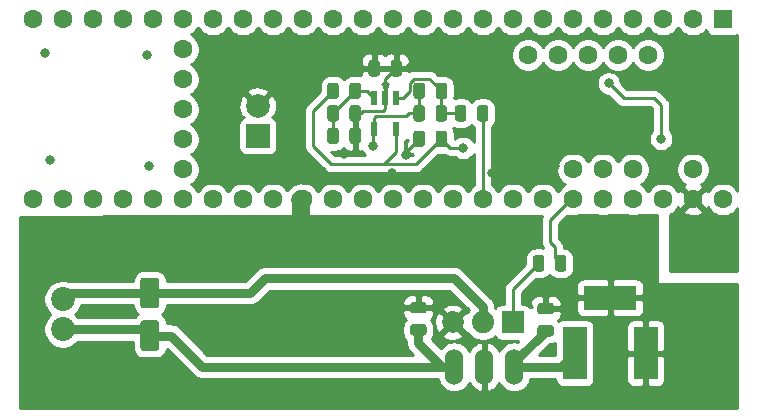
<source format=gbr>
G04 #@! TF.GenerationSoftware,KiCad,Pcbnew,(5.1.8-0-10_14)*
G04 #@! TF.CreationDate,2020-11-22T12:24:40+11:00*
G04 #@! TF.ProjectId,Phenobottle v18,5068656e-6f62-46f7-9474-6c6520763138,rev?*
G04 #@! TF.SameCoordinates,Original*
G04 #@! TF.FileFunction,Copper,L1,Top*
G04 #@! TF.FilePolarity,Positive*
%FSLAX46Y46*%
G04 Gerber Fmt 4.6, Leading zero omitted, Abs format (unit mm)*
G04 Created by KiCad (PCBNEW (5.1.8-0-10_14)) date 2020-11-22 12:24:40*
%MOMM*%
%LPD*%
G01*
G04 APERTURE LIST*
G04 #@! TA.AperFunction,ComponentPad*
%ADD10C,1.600000*%
G04 #@! TD*
G04 #@! TA.AperFunction,ComponentPad*
%ADD11R,1.600000X1.600000*%
G04 #@! TD*
G04 #@! TA.AperFunction,ComponentPad*
%ADD12O,1.524000X3.048000*%
G04 #@! TD*
G04 #@! TA.AperFunction,SMDPad,CuDef*
%ADD13R,0.558800X1.270000*%
G04 #@! TD*
G04 #@! TA.AperFunction,ComponentPad*
%ADD14C,1.850000*%
G04 #@! TD*
G04 #@! TA.AperFunction,ComponentPad*
%ADD15C,1.880000*%
G04 #@! TD*
G04 #@! TA.AperFunction,ComponentPad*
%ADD16R,1.850000X1.850000*%
G04 #@! TD*
G04 #@! TA.AperFunction,ComponentPad*
%ADD17C,2.000000*%
G04 #@! TD*
G04 #@! TA.AperFunction,ComponentPad*
%ADD18R,2.000000X2.000000*%
G04 #@! TD*
G04 #@! TA.AperFunction,ComponentPad*
%ADD19C,2.020000*%
G04 #@! TD*
G04 #@! TA.AperFunction,ComponentPad*
%ADD20R,2.000000X4.500000*%
G04 #@! TD*
G04 #@! TA.AperFunction,ComponentPad*
%ADD21R,4.500000X2.000000*%
G04 #@! TD*
G04 #@! TA.AperFunction,ViaPad*
%ADD22C,0.800000*%
G04 #@! TD*
G04 #@! TA.AperFunction,Conductor*
%ADD23C,0.250000*%
G04 #@! TD*
G04 #@! TA.AperFunction,Conductor*
%ADD24C,0.800000*%
G04 #@! TD*
G04 #@! TA.AperFunction,Conductor*
%ADD25C,1.500000*%
G04 #@! TD*
G04 #@! TA.AperFunction,Conductor*
%ADD26C,0.254000*%
G04 #@! TD*
G04 #@! TA.AperFunction,Conductor*
%ADD27C,0.100000*%
G04 #@! TD*
G04 APERTURE END LIST*
D10*
X131470000Y-77780000D03*
X128930000Y-77780000D03*
X126390000Y-77780000D03*
X123850000Y-77780000D03*
X134010000Y-77780000D03*
X136550000Y-77780000D03*
X139090000Y-77780000D03*
X121310000Y-77780000D03*
X118770000Y-77780000D03*
X116230000Y-77780000D03*
X113690000Y-77780000D03*
X126390000Y-80320000D03*
X126390000Y-82860000D03*
X126390000Y-85400000D03*
X126390000Y-87940000D03*
X126390000Y-90480000D03*
X113690000Y-93020000D03*
X116230000Y-93020000D03*
X118770000Y-93020000D03*
X121310000Y-93020000D03*
X123850000Y-93020000D03*
X126390000Y-93020000D03*
X128930000Y-93020000D03*
X131470000Y-93020000D03*
X141630000Y-77780000D03*
X144170000Y-77780000D03*
X146710000Y-77780000D03*
X149250000Y-77780000D03*
X151790000Y-77780000D03*
X154330000Y-77780000D03*
X156870000Y-77780000D03*
X159410000Y-77780000D03*
X161950000Y-77780000D03*
X164490000Y-77780000D03*
X167030000Y-77780000D03*
X169570000Y-77780000D03*
D11*
X172110000Y-77780000D03*
D10*
X134010000Y-93020000D03*
X136550000Y-93020000D03*
X139090000Y-93020000D03*
X141630000Y-93020000D03*
X144170000Y-93020000D03*
X146710000Y-93020000D03*
X149250000Y-93020000D03*
X151790000Y-93020000D03*
X154330000Y-93020000D03*
X156870000Y-93020000D03*
X159410000Y-93020000D03*
X161950000Y-93020000D03*
X164490000Y-93020000D03*
X167030000Y-93020000D03*
X169570000Y-93020000D03*
X172110000Y-93020000D03*
X169570000Y-90480000D03*
X164490000Y-90480000D03*
X161950000Y-90480000D03*
X159410000Y-90480000D03*
X165760000Y-80780000D03*
X163220000Y-80780000D03*
X160680000Y-80780000D03*
X158140000Y-80780000D03*
X155600000Y-80780000D03*
D12*
X149352000Y-107188000D03*
X151892000Y-107188000D03*
X154432000Y-107188000D03*
D13*
X144449800Y-87045800D03*
X142570200Y-87045800D03*
X142570200Y-84455000D03*
X143510000Y-84455000D03*
X144449800Y-84455000D03*
G04 #@! TA.AperFunction,SMDPad,CuDef*
G36*
G01*
X157881500Y-98881250D02*
X157881500Y-97968750D01*
G75*
G02*
X158125250Y-97725000I243750J0D01*
G01*
X158612750Y-97725000D01*
G75*
G02*
X158856500Y-97968750I0J-243750D01*
G01*
X158856500Y-98881250D01*
G75*
G02*
X158612750Y-99125000I-243750J0D01*
G01*
X158125250Y-99125000D01*
G75*
G02*
X157881500Y-98881250I0J243750D01*
G01*
G37*
G04 #@! TD.AperFunction*
G04 #@! TA.AperFunction,SMDPad,CuDef*
G36*
G01*
X156006500Y-98881250D02*
X156006500Y-97968750D01*
G75*
G02*
X156250250Y-97725000I243750J0D01*
G01*
X156737750Y-97725000D01*
G75*
G02*
X156981500Y-97968750I0J-243750D01*
G01*
X156981500Y-98881250D01*
G75*
G02*
X156737750Y-99125000I-243750J0D01*
G01*
X156250250Y-99125000D01*
G75*
G02*
X156006500Y-98881250I0J243750D01*
G01*
G37*
G04 #@! TD.AperFunction*
G04 #@! TA.AperFunction,SMDPad,CuDef*
G36*
G01*
X140482500Y-86181250D02*
X140482500Y-85268750D01*
G75*
G02*
X140726250Y-85025000I243750J0D01*
G01*
X141213750Y-85025000D01*
G75*
G02*
X141457500Y-85268750I0J-243750D01*
G01*
X141457500Y-86181250D01*
G75*
G02*
X141213750Y-86425000I-243750J0D01*
G01*
X140726250Y-86425000D01*
G75*
G02*
X140482500Y-86181250I0J243750D01*
G01*
G37*
G04 #@! TD.AperFunction*
G04 #@! TA.AperFunction,SMDPad,CuDef*
G36*
G01*
X138607500Y-86181250D02*
X138607500Y-85268750D01*
G75*
G02*
X138851250Y-85025000I243750J0D01*
G01*
X139338750Y-85025000D01*
G75*
G02*
X139582500Y-85268750I0J-243750D01*
G01*
X139582500Y-86181250D01*
G75*
G02*
X139338750Y-86425000I-243750J0D01*
G01*
X138851250Y-86425000D01*
G75*
G02*
X138607500Y-86181250I0J243750D01*
G01*
G37*
G04 #@! TD.AperFunction*
G04 #@! TA.AperFunction,SMDPad,CuDef*
G36*
G01*
X140482500Y-84276250D02*
X140482500Y-83363750D01*
G75*
G02*
X140726250Y-83120000I243750J0D01*
G01*
X141213750Y-83120000D01*
G75*
G02*
X141457500Y-83363750I0J-243750D01*
G01*
X141457500Y-84276250D01*
G75*
G02*
X141213750Y-84520000I-243750J0D01*
G01*
X140726250Y-84520000D01*
G75*
G02*
X140482500Y-84276250I0J243750D01*
G01*
G37*
G04 #@! TD.AperFunction*
G04 #@! TA.AperFunction,SMDPad,CuDef*
G36*
G01*
X138607500Y-84276250D02*
X138607500Y-83363750D01*
G75*
G02*
X138851250Y-83120000I243750J0D01*
G01*
X139338750Y-83120000D01*
G75*
G02*
X139582500Y-83363750I0J-243750D01*
G01*
X139582500Y-84276250D01*
G75*
G02*
X139338750Y-84520000I-243750J0D01*
G01*
X138851250Y-84520000D01*
G75*
G02*
X138607500Y-84276250I0J243750D01*
G01*
G37*
G04 #@! TD.AperFunction*
G04 #@! TA.AperFunction,SMDPad,CuDef*
G36*
G01*
X151277500Y-86181250D02*
X151277500Y-85268750D01*
G75*
G02*
X151521250Y-85025000I243750J0D01*
G01*
X152008750Y-85025000D01*
G75*
G02*
X152252500Y-85268750I0J-243750D01*
G01*
X152252500Y-86181250D01*
G75*
G02*
X152008750Y-86425000I-243750J0D01*
G01*
X151521250Y-86425000D01*
G75*
G02*
X151277500Y-86181250I0J243750D01*
G01*
G37*
G04 #@! TD.AperFunction*
G04 #@! TA.AperFunction,SMDPad,CuDef*
G36*
G01*
X149402500Y-86181250D02*
X149402500Y-85268750D01*
G75*
G02*
X149646250Y-85025000I243750J0D01*
G01*
X150133750Y-85025000D01*
G75*
G02*
X150377500Y-85268750I0J-243750D01*
G01*
X150377500Y-86181250D01*
G75*
G02*
X150133750Y-86425000I-243750J0D01*
G01*
X149646250Y-86425000D01*
G75*
G02*
X149402500Y-86181250I0J243750D01*
G01*
G37*
G04 #@! TD.AperFunction*
G04 #@! TA.AperFunction,SMDPad,CuDef*
G36*
G01*
X147770000Y-86181250D02*
X147770000Y-85268750D01*
G75*
G02*
X148013750Y-85025000I243750J0D01*
G01*
X148501250Y-85025000D01*
G75*
G02*
X148745000Y-85268750I0J-243750D01*
G01*
X148745000Y-86181250D01*
G75*
G02*
X148501250Y-86425000I-243750J0D01*
G01*
X148013750Y-86425000D01*
G75*
G02*
X147770000Y-86181250I0J243750D01*
G01*
G37*
G04 #@! TD.AperFunction*
G04 #@! TA.AperFunction,SMDPad,CuDef*
G36*
G01*
X145895000Y-86181250D02*
X145895000Y-85268750D01*
G75*
G02*
X146138750Y-85025000I243750J0D01*
G01*
X146626250Y-85025000D01*
G75*
G02*
X146870000Y-85268750I0J-243750D01*
G01*
X146870000Y-86181250D01*
G75*
G02*
X146626250Y-86425000I-243750J0D01*
G01*
X146138750Y-86425000D01*
G75*
G02*
X145895000Y-86181250I0J243750D01*
G01*
G37*
G04 #@! TD.AperFunction*
D14*
X149225000Y-103429000D03*
D15*
X151765000Y-103429000D03*
D16*
X154305000Y-103429000D03*
D17*
X132715000Y-85090000D03*
D18*
X132715000Y-87630000D03*
D19*
X116205000Y-101473000D03*
X116205000Y-104013000D03*
D20*
X165560000Y-106045000D03*
X159560000Y-106045000D03*
D21*
X162560000Y-101345000D03*
G04 #@! TA.AperFunction,SMDPad,CuDef*
G36*
G01*
X146760250Y-102674000D02*
X145847750Y-102674000D01*
G75*
G02*
X145604000Y-102430250I0J243750D01*
G01*
X145604000Y-101942750D01*
G75*
G02*
X145847750Y-101699000I243750J0D01*
G01*
X146760250Y-101699000D01*
G75*
G02*
X147004000Y-101942750I0J-243750D01*
G01*
X147004000Y-102430250D01*
G75*
G02*
X146760250Y-102674000I-243750J0D01*
G01*
G37*
G04 #@! TD.AperFunction*
G04 #@! TA.AperFunction,SMDPad,CuDef*
G36*
G01*
X146760250Y-104549000D02*
X145847750Y-104549000D01*
G75*
G02*
X145604000Y-104305250I0J243750D01*
G01*
X145604000Y-103817750D01*
G75*
G02*
X145847750Y-103574000I243750J0D01*
G01*
X146760250Y-103574000D01*
G75*
G02*
X147004000Y-103817750I0J-243750D01*
G01*
X147004000Y-104305250D01*
G75*
G02*
X146760250Y-104549000I-243750J0D01*
G01*
G37*
G04 #@! TD.AperFunction*
G04 #@! TA.AperFunction,SMDPad,CuDef*
G36*
G01*
X157555250Y-102752500D02*
X156642750Y-102752500D01*
G75*
G02*
X156399000Y-102508750I0J243750D01*
G01*
X156399000Y-102021250D01*
G75*
G02*
X156642750Y-101777500I243750J0D01*
G01*
X157555250Y-101777500D01*
G75*
G02*
X157799000Y-102021250I0J-243750D01*
G01*
X157799000Y-102508750D01*
G75*
G02*
X157555250Y-102752500I-243750J0D01*
G01*
G37*
G04 #@! TD.AperFunction*
G04 #@! TA.AperFunction,SMDPad,CuDef*
G36*
G01*
X157555250Y-104627500D02*
X156642750Y-104627500D01*
G75*
G02*
X156399000Y-104383750I0J243750D01*
G01*
X156399000Y-103896250D01*
G75*
G02*
X156642750Y-103652500I243750J0D01*
G01*
X157555250Y-103652500D01*
G75*
G02*
X157799000Y-103896250I0J-243750D01*
G01*
X157799000Y-104383750D01*
G75*
G02*
X157555250Y-104627500I-243750J0D01*
G01*
G37*
G04 #@! TD.AperFunction*
G04 #@! TA.AperFunction,SMDPad,CuDef*
G36*
G01*
X124121000Y-102243000D02*
X123021000Y-102243000D01*
G75*
G02*
X122771000Y-101993000I0J250000D01*
G01*
X122771000Y-99893000D01*
G75*
G02*
X123021000Y-99643000I250000J0D01*
G01*
X124121000Y-99643000D01*
G75*
G02*
X124371000Y-99893000I0J-250000D01*
G01*
X124371000Y-101993000D01*
G75*
G02*
X124121000Y-102243000I-250000J0D01*
G01*
G37*
G04 #@! TD.AperFunction*
G04 #@! TA.AperFunction,SMDPad,CuDef*
G36*
G01*
X124121000Y-105843000D02*
X123021000Y-105843000D01*
G75*
G02*
X122771000Y-105593000I0J250000D01*
G01*
X122771000Y-103493000D01*
G75*
G02*
X123021000Y-103243000I250000J0D01*
G01*
X124121000Y-103243000D01*
G75*
G02*
X124371000Y-103493000I0J-250000D01*
G01*
X124371000Y-105593000D01*
G75*
G02*
X124121000Y-105843000I-250000J0D01*
G01*
G37*
G04 #@! TD.AperFunction*
G04 #@! TA.AperFunction,SMDPad,CuDef*
G36*
G01*
X143960000Y-82371250D02*
X143960000Y-81458750D01*
G75*
G02*
X144203750Y-81215000I243750J0D01*
G01*
X144691250Y-81215000D01*
G75*
G02*
X144935000Y-81458750I0J-243750D01*
G01*
X144935000Y-82371250D01*
G75*
G02*
X144691250Y-82615000I-243750J0D01*
G01*
X144203750Y-82615000D01*
G75*
G02*
X143960000Y-82371250I0J243750D01*
G01*
G37*
G04 #@! TD.AperFunction*
G04 #@! TA.AperFunction,SMDPad,CuDef*
G36*
G01*
X142085000Y-82371250D02*
X142085000Y-81458750D01*
G75*
G02*
X142328750Y-81215000I243750J0D01*
G01*
X142816250Y-81215000D01*
G75*
G02*
X143060000Y-81458750I0J-243750D01*
G01*
X143060000Y-82371250D01*
G75*
G02*
X142816250Y-82615000I-243750J0D01*
G01*
X142328750Y-82615000D01*
G75*
G02*
X142085000Y-82371250I0J243750D01*
G01*
G37*
G04 #@! TD.AperFunction*
G04 #@! TA.AperFunction,SMDPad,CuDef*
G36*
G01*
X139582500Y-87173750D02*
X139582500Y-88086250D01*
G75*
G02*
X139338750Y-88330000I-243750J0D01*
G01*
X138851250Y-88330000D01*
G75*
G02*
X138607500Y-88086250I0J243750D01*
G01*
X138607500Y-87173750D01*
G75*
G02*
X138851250Y-86930000I243750J0D01*
G01*
X139338750Y-86930000D01*
G75*
G02*
X139582500Y-87173750I0J-243750D01*
G01*
G37*
G04 #@! TD.AperFunction*
G04 #@! TA.AperFunction,SMDPad,CuDef*
G36*
G01*
X141457500Y-87173750D02*
X141457500Y-88086250D01*
G75*
G02*
X141213750Y-88330000I-243750J0D01*
G01*
X140726250Y-88330000D01*
G75*
G02*
X140482500Y-88086250I0J243750D01*
G01*
X140482500Y-87173750D01*
G75*
G02*
X140726250Y-86930000I243750J0D01*
G01*
X141213750Y-86930000D01*
G75*
G02*
X141457500Y-87173750I0J-243750D01*
G01*
G37*
G04 #@! TD.AperFunction*
G04 #@! TA.AperFunction,SMDPad,CuDef*
G36*
G01*
X147770000Y-88340250D02*
X147770000Y-87427750D01*
G75*
G02*
X148013750Y-87184000I243750J0D01*
G01*
X148501250Y-87184000D01*
G75*
G02*
X148745000Y-87427750I0J-243750D01*
G01*
X148745000Y-88340250D01*
G75*
G02*
X148501250Y-88584000I-243750J0D01*
G01*
X148013750Y-88584000D01*
G75*
G02*
X147770000Y-88340250I0J243750D01*
G01*
G37*
G04 #@! TD.AperFunction*
G04 #@! TA.AperFunction,SMDPad,CuDef*
G36*
G01*
X145895000Y-88340250D02*
X145895000Y-87427750D01*
G75*
G02*
X146138750Y-87184000I243750J0D01*
G01*
X146626250Y-87184000D01*
G75*
G02*
X146870000Y-87427750I0J-243750D01*
G01*
X146870000Y-88340250D01*
G75*
G02*
X146626250Y-88584000I-243750J0D01*
G01*
X146138750Y-88584000D01*
G75*
G02*
X145895000Y-88340250I0J243750D01*
G01*
G37*
G04 #@! TD.AperFunction*
G04 #@! TA.AperFunction,SMDPad,CuDef*
G36*
G01*
X147770000Y-84276250D02*
X147770000Y-83363750D01*
G75*
G02*
X148013750Y-83120000I243750J0D01*
G01*
X148501250Y-83120000D01*
G75*
G02*
X148745000Y-83363750I0J-243750D01*
G01*
X148745000Y-84276250D01*
G75*
G02*
X148501250Y-84520000I-243750J0D01*
G01*
X148013750Y-84520000D01*
G75*
G02*
X147770000Y-84276250I0J243750D01*
G01*
G37*
G04 #@! TD.AperFunction*
G04 #@! TA.AperFunction,SMDPad,CuDef*
G36*
G01*
X145895000Y-84276250D02*
X145895000Y-83363750D01*
G75*
G02*
X146138750Y-83120000I243750J0D01*
G01*
X146626250Y-83120000D01*
G75*
G02*
X146870000Y-83363750I0J-243750D01*
G01*
X146870000Y-84276250D01*
G75*
G02*
X146626250Y-84520000I-243750J0D01*
G01*
X146138750Y-84520000D01*
G75*
G02*
X145895000Y-84276250I0J243750D01*
G01*
G37*
G04 #@! TD.AperFunction*
D22*
X123300000Y-80800000D03*
X123500000Y-90200000D03*
X114700000Y-80600000D03*
X115100000Y-89700000D03*
X132207000Y-81026000D03*
X157861000Y-90170000D03*
X140970000Y-81915000D03*
X145923000Y-81153000D03*
X145288000Y-89281000D03*
X152527000Y-90805000D03*
X162941000Y-85725000D03*
X161798000Y-88000000D03*
X171577000Y-88138000D03*
X150495000Y-87376000D03*
X170561000Y-80772000D03*
X151765000Y-80264000D03*
X144100000Y-90800000D03*
X140000000Y-89200000D03*
X166878000Y-87884000D03*
X150114000Y-88646000D03*
X162433000Y-83185000D03*
X142494000Y-88519000D03*
X134747000Y-96774000D03*
X160528000Y-94996000D03*
X141732000Y-103759000D03*
X135001000Y-103632000D03*
X129286000Y-103759000D03*
X120777000Y-99314000D03*
X130556000Y-98425000D03*
X148209000Y-96393000D03*
X117348000Y-108712000D03*
X122809000Y-108712000D03*
X120396000Y-102362000D03*
X157226000Y-105918000D03*
D23*
X145161000Y-81915000D02*
X145923000Y-81153000D01*
X144447500Y-81915000D02*
X145161000Y-81915000D01*
X143510000Y-82852500D02*
X143510000Y-84455000D01*
X144447500Y-81915000D02*
X143510000Y-82852500D01*
X141457500Y-85725000D02*
X140970000Y-85725000D01*
X141653510Y-85528990D02*
X141457500Y-85725000D01*
X143321010Y-85528990D02*
X141653510Y-85528990D01*
X143510000Y-85340000D02*
X143321010Y-85528990D01*
X143510000Y-84455000D02*
X143510000Y-85340000D01*
X145288000Y-88978500D02*
X146382500Y-87884000D01*
X145288000Y-89281000D02*
X145288000Y-88978500D01*
X166878000Y-87884000D02*
X166878000Y-85549500D01*
X166285000Y-84455000D02*
X165260000Y-84455000D01*
X166878000Y-85048000D02*
X166285000Y-84455000D01*
X166878000Y-85549500D02*
X166878000Y-85048000D01*
X163703000Y-84455000D02*
X165260000Y-84455000D01*
X162433000Y-83185000D02*
X163703000Y-84455000D01*
X143383000Y-90043000D02*
X144449800Y-88976200D01*
X144449800Y-88976200D02*
X144449800Y-87045800D01*
X138938000Y-90043000D02*
X143383000Y-90043000D01*
X137414000Y-88519000D02*
X138938000Y-90043000D01*
X137414000Y-85501000D02*
X137414000Y-88519000D01*
X139095000Y-83820000D02*
X137414000Y-85501000D01*
X146098500Y-90043000D02*
X148257500Y-87884000D01*
X143383000Y-90043000D02*
X146098500Y-90043000D01*
X149019500Y-88646000D02*
X148257500Y-87884000D01*
X150114000Y-88646000D02*
X149019500Y-88646000D01*
X147771973Y-83334473D02*
X148257500Y-83820000D01*
X147232490Y-82794990D02*
X147771973Y-83334473D01*
X145569990Y-83128160D02*
X145903160Y-82794990D01*
X145569990Y-83864210D02*
X145569990Y-83128160D01*
X145903160Y-82794990D02*
X147232490Y-82794990D01*
X144979200Y-84455000D02*
X145569990Y-83864210D01*
X144449800Y-84455000D02*
X144979200Y-84455000D01*
X149890000Y-85725000D02*
X148257500Y-85725000D01*
X148257500Y-85725000D02*
X148257500Y-83820000D01*
X146382500Y-83820000D02*
X146382500Y-85725000D01*
X145895000Y-85725000D02*
X146382500Y-85725000D01*
X142494000Y-87122000D02*
X142570200Y-87045800D01*
X142494000Y-88519000D02*
X142494000Y-87122000D01*
X145542000Y-85725000D02*
X146382500Y-85725000D01*
X145288000Y-85979000D02*
X145542000Y-85725000D01*
X142748000Y-85979000D02*
X145288000Y-85979000D01*
X142570200Y-86156800D02*
X142748000Y-85979000D01*
X142570200Y-87045800D02*
X142570200Y-86156800D01*
X139095000Y-87630000D02*
X139095000Y-85725000D01*
X140970000Y-83850000D02*
X140970000Y-83820000D01*
X139095000Y-85725000D02*
X140970000Y-83850000D01*
X141935200Y-83820000D02*
X142570200Y-84455000D01*
X140970000Y-83820000D02*
X141935200Y-83820000D01*
D24*
X132102000Y-100943000D02*
X123571000Y-100943000D01*
X133350000Y-99695000D02*
X132102000Y-100943000D01*
X149360360Y-99695000D02*
X133350000Y-99695000D01*
X151765000Y-102099640D02*
X149360360Y-99695000D01*
X151765000Y-103429000D02*
X151765000Y-102099640D01*
X116735000Y-100943000D02*
X116205000Y-101473000D01*
X123571000Y-100943000D02*
X116735000Y-100943000D01*
X123041000Y-104013000D02*
X123571000Y-104543000D01*
X116205000Y-104013000D02*
X123041000Y-104013000D01*
X123571000Y-104543000D02*
X125371000Y-104543000D01*
X128016000Y-107188000D02*
X149352000Y-107188000D01*
X125371000Y-104543000D02*
X128016000Y-107188000D01*
X146304000Y-104549000D02*
X146304000Y-104061500D01*
X146304000Y-105152000D02*
X146304000Y-104549000D01*
X148340000Y-107188000D02*
X146304000Y-105152000D01*
X149352000Y-107188000D02*
X148340000Y-107188000D01*
D25*
X136271000Y-93091000D02*
X136398000Y-92964000D01*
X136398000Y-95123000D02*
X134747000Y-96774000D01*
X136398000Y-92964000D02*
X136398000Y-95123000D01*
D24*
X154432000Y-106807000D02*
X154432000Y-107188000D01*
X157099000Y-104140000D02*
X154432000Y-106807000D01*
X158417000Y-107188000D02*
X159560000Y-106045000D01*
X154432000Y-107188000D02*
X158417000Y-107188000D01*
D23*
X154305000Y-100614000D02*
X156494000Y-98425000D01*
X154305000Y-103429000D02*
X154305000Y-100614000D01*
X151765000Y-92837000D02*
X151638000Y-92964000D01*
X151765000Y-85725000D02*
X151765000Y-92837000D01*
X157480000Y-96647000D02*
X157480000Y-94742000D01*
X157480000Y-94742000D02*
X159258000Y-92964000D01*
X158369000Y-98425000D02*
X157883473Y-97939473D01*
X157883473Y-97939473D02*
X157883473Y-97050473D01*
X157883473Y-97050473D02*
X157480000Y-96647000D01*
D26*
X166497000Y-100076000D02*
X166499440Y-100100776D01*
X166506667Y-100124601D01*
X166518403Y-100146557D01*
X166534197Y-100165803D01*
X166553443Y-100181597D01*
X166575399Y-100193333D01*
X166599224Y-100200560D01*
X166624000Y-100203000D01*
X173330001Y-100203000D01*
X173330001Y-110719000D01*
X112547000Y-110719000D01*
X112547000Y-94487349D01*
X126392261Y-94455000D01*
X126531335Y-94455000D01*
X126532988Y-94454671D01*
X128760844Y-94449466D01*
X128788665Y-94455000D01*
X129071335Y-94455000D01*
X129103177Y-94448666D01*
X131271355Y-94443600D01*
X131328665Y-94455000D01*
X131611335Y-94455000D01*
X131673367Y-94442661D01*
X133781867Y-94437735D01*
X133868665Y-94455000D01*
X134151335Y-94455000D01*
X134243556Y-94436656D01*
X136280721Y-94431896D01*
X136338184Y-94446300D01*
X136620512Y-94460217D01*
X136820161Y-94430636D01*
X138802890Y-94426003D01*
X138948665Y-94455000D01*
X139231335Y-94455000D01*
X139383935Y-94424646D01*
X141313401Y-94420137D01*
X141488665Y-94455000D01*
X141771335Y-94455000D01*
X141954125Y-94418640D01*
X143823913Y-94414272D01*
X144028665Y-94455000D01*
X144311335Y-94455000D01*
X144524314Y-94412635D01*
X146334424Y-94408406D01*
X146568665Y-94455000D01*
X146851335Y-94455000D01*
X147094504Y-94406630D01*
X148844936Y-94402540D01*
X149108665Y-94455000D01*
X149391335Y-94455000D01*
X149664693Y-94400625D01*
X151363706Y-94396655D01*
X151371426Y-94399853D01*
X151648665Y-94455000D01*
X151931335Y-94455000D01*
X152208574Y-94399853D01*
X152221130Y-94394652D01*
X153889459Y-94390754D01*
X153911426Y-94399853D01*
X154188665Y-94455000D01*
X154471335Y-94455000D01*
X154748574Y-94399853D01*
X154775539Y-94388684D01*
X156415212Y-94384853D01*
X156451426Y-94399853D01*
X156728665Y-94455000D01*
X156772863Y-94455000D01*
X156730998Y-94593015D01*
X156716324Y-94742000D01*
X156720001Y-94779332D01*
X156720000Y-96609677D01*
X156716324Y-96647000D01*
X156720000Y-96684322D01*
X156720000Y-96684332D01*
X156730997Y-96795985D01*
X156763000Y-96901487D01*
X156774454Y-96939246D01*
X156845026Y-97071276D01*
X156868435Y-97099799D01*
X156737750Y-97086928D01*
X156250250Y-97086928D01*
X156078215Y-97103872D01*
X155912791Y-97154053D01*
X155760336Y-97235542D01*
X155626708Y-97345208D01*
X155517042Y-97478836D01*
X155435553Y-97631291D01*
X155385372Y-97796715D01*
X155368428Y-97968750D01*
X155368428Y-98475770D01*
X153793998Y-100050201D01*
X153765000Y-100073999D01*
X153741202Y-100102997D01*
X153741201Y-100102998D01*
X153670026Y-100189724D01*
X153599454Y-100321754D01*
X153555998Y-100465015D01*
X153541324Y-100614000D01*
X153545001Y-100651332D01*
X153545001Y-101865928D01*
X153380000Y-101865928D01*
X153255518Y-101878188D01*
X153135820Y-101914498D01*
X153025506Y-101973463D01*
X152928815Y-102052815D01*
X152849463Y-102149506D01*
X152801892Y-102238505D01*
X152800000Y-102236613D01*
X152800000Y-102150475D01*
X152805007Y-102099640D01*
X152800000Y-102048802D01*
X152785024Y-101896745D01*
X152739615Y-101747055D01*
X152725841Y-101701646D01*
X152629734Y-101521842D01*
X152532803Y-101403732D01*
X152500396Y-101364244D01*
X152460908Y-101331837D01*
X150128167Y-98999097D01*
X150095756Y-98959604D01*
X149938157Y-98830266D01*
X149758353Y-98734159D01*
X149563255Y-98674976D01*
X149411198Y-98660000D01*
X149411188Y-98660000D01*
X149360360Y-98654994D01*
X149309532Y-98660000D01*
X133400835Y-98660000D01*
X133350000Y-98654993D01*
X133299165Y-98660000D01*
X133299162Y-98660000D01*
X133147105Y-98674976D01*
X133007761Y-98717246D01*
X132952006Y-98734159D01*
X132772202Y-98830266D01*
X132654092Y-98927197D01*
X132614604Y-98959604D01*
X132582197Y-98999092D01*
X131673290Y-99908000D01*
X125009072Y-99908000D01*
X125009072Y-99893000D01*
X124992008Y-99719746D01*
X124941472Y-99553150D01*
X124859405Y-99399614D01*
X124748962Y-99265038D01*
X124614386Y-99154595D01*
X124460850Y-99072528D01*
X124294254Y-99021992D01*
X124121000Y-99004928D01*
X123021000Y-99004928D01*
X122847746Y-99021992D01*
X122681150Y-99072528D01*
X122527614Y-99154595D01*
X122393038Y-99265038D01*
X122282595Y-99399614D01*
X122200528Y-99553150D01*
X122149992Y-99719746D01*
X122132928Y-99893000D01*
X122132928Y-99908000D01*
X116785827Y-99908000D01*
X116734999Y-99902994D01*
X116717437Y-99904724D01*
X116684829Y-99891217D01*
X116367018Y-99828000D01*
X116042982Y-99828000D01*
X115725171Y-99891217D01*
X115425801Y-100015220D01*
X115156374Y-100195245D01*
X114927245Y-100424374D01*
X114747220Y-100693801D01*
X114623217Y-100993171D01*
X114560000Y-101310982D01*
X114560000Y-101635018D01*
X114623217Y-101952829D01*
X114747220Y-102252199D01*
X114927245Y-102521626D01*
X115148619Y-102743000D01*
X114927245Y-102964374D01*
X114747220Y-103233801D01*
X114623217Y-103533171D01*
X114560000Y-103850982D01*
X114560000Y-104175018D01*
X114623217Y-104492829D01*
X114747220Y-104792199D01*
X114927245Y-105061626D01*
X115156374Y-105290755D01*
X115425801Y-105470780D01*
X115725171Y-105594783D01*
X116042982Y-105658000D01*
X116367018Y-105658000D01*
X116684829Y-105594783D01*
X116984199Y-105470780D01*
X117253626Y-105290755D01*
X117482755Y-105061626D01*
X117491860Y-105048000D01*
X122132928Y-105048000D01*
X122132928Y-105593000D01*
X122149992Y-105766254D01*
X122200528Y-105932850D01*
X122282595Y-106086386D01*
X122393038Y-106220962D01*
X122527614Y-106331405D01*
X122681150Y-106413472D01*
X122847746Y-106464008D01*
X123021000Y-106481072D01*
X124121000Y-106481072D01*
X124294254Y-106464008D01*
X124460850Y-106413472D01*
X124614386Y-106331405D01*
X124748962Y-106220962D01*
X124859405Y-106086386D01*
X124941472Y-105932850D01*
X124992008Y-105766254D01*
X125004429Y-105640139D01*
X127248197Y-107883908D01*
X127280604Y-107923396D01*
X127320092Y-107955803D01*
X127438202Y-108052734D01*
X127534309Y-108104104D01*
X127618007Y-108148841D01*
X127813105Y-108208024D01*
X127965162Y-108223000D01*
X127965164Y-108223000D01*
X128016000Y-108228007D01*
X128066835Y-108223000D01*
X147975129Y-108223000D01*
X147975214Y-108223859D01*
X148055096Y-108487194D01*
X148184817Y-108729886D01*
X148359392Y-108942607D01*
X148572113Y-109117183D01*
X148814805Y-109246904D01*
X149078140Y-109326786D01*
X149352000Y-109353759D01*
X149625859Y-109326786D01*
X149889194Y-109246904D01*
X150131886Y-109117183D01*
X150344607Y-108942608D01*
X150519183Y-108729887D01*
X150623038Y-108535587D01*
X150649941Y-108601942D01*
X150800994Y-108831729D01*
X150993974Y-109027632D01*
X151221465Y-109182122D01*
X151474724Y-109289262D01*
X151548930Y-109304220D01*
X151765000Y-109181720D01*
X151765000Y-107315000D01*
X151745000Y-107315000D01*
X151745000Y-107061000D01*
X151765000Y-107061000D01*
X151765000Y-105194280D01*
X151548930Y-105071780D01*
X151474724Y-105086738D01*
X151221465Y-105193878D01*
X150993974Y-105348368D01*
X150800994Y-105544271D01*
X150649941Y-105774058D01*
X150623038Y-105840413D01*
X150519183Y-105646113D01*
X150344608Y-105433392D01*
X150131887Y-105258817D01*
X149889195Y-105129096D01*
X149625860Y-105049214D01*
X149352000Y-105022241D01*
X149078141Y-105049214D01*
X148814806Y-105129096D01*
X148572114Y-105258817D01*
X148359393Y-105433392D01*
X148219529Y-105603818D01*
X147456233Y-104840523D01*
X147493458Y-104795164D01*
X147574947Y-104642709D01*
X147614925Y-104510917D01*
X148322688Y-104510917D01*
X148409393Y-104767653D01*
X148686223Y-104901048D01*
X148983757Y-104977873D01*
X149290562Y-104995176D01*
X149594848Y-104952292D01*
X149884921Y-104850868D01*
X150040607Y-104767653D01*
X150127312Y-104510917D01*
X149225000Y-103608605D01*
X148322688Y-104510917D01*
X147614925Y-104510917D01*
X147625128Y-104477285D01*
X147642072Y-104305250D01*
X147642072Y-103817750D01*
X147625128Y-103645715D01*
X147579277Y-103494562D01*
X147658824Y-103494562D01*
X147701708Y-103798848D01*
X147803132Y-104088921D01*
X147886347Y-104244607D01*
X148143083Y-104331312D01*
X149045395Y-103429000D01*
X148143083Y-102526688D01*
X147886347Y-102613393D01*
X147752952Y-102890223D01*
X147676127Y-103187757D01*
X147658824Y-103494562D01*
X147579277Y-103494562D01*
X147574947Y-103480291D01*
X147493458Y-103327836D01*
X147383792Y-103194208D01*
X147377436Y-103188992D01*
X147455185Y-103125185D01*
X147534537Y-103028494D01*
X147593502Y-102918180D01*
X147629812Y-102798482D01*
X147642072Y-102674000D01*
X147639000Y-102472250D01*
X147513833Y-102347083D01*
X148322688Y-102347083D01*
X149225000Y-103249395D01*
X150127312Y-102347083D01*
X150040607Y-102090347D01*
X149763777Y-101956952D01*
X149466243Y-101880127D01*
X149159438Y-101862824D01*
X148855152Y-101905708D01*
X148565079Y-102007132D01*
X148409393Y-102090347D01*
X148322688Y-102347083D01*
X147513833Y-102347083D01*
X147480250Y-102313500D01*
X146431000Y-102313500D01*
X146431000Y-102333500D01*
X146177000Y-102333500D01*
X146177000Y-102313500D01*
X145127750Y-102313500D01*
X144969000Y-102472250D01*
X144965928Y-102674000D01*
X144978188Y-102798482D01*
X145014498Y-102918180D01*
X145073463Y-103028494D01*
X145152815Y-103125185D01*
X145230564Y-103188992D01*
X145224208Y-103194208D01*
X145114542Y-103327836D01*
X145033053Y-103480291D01*
X144982872Y-103645715D01*
X144965928Y-103817750D01*
X144965928Y-104305250D01*
X144982872Y-104477285D01*
X145033053Y-104642709D01*
X145114542Y-104795164D01*
X145224208Y-104928792D01*
X145269000Y-104965552D01*
X145269000Y-105101172D01*
X145263994Y-105152000D01*
X145269000Y-105202828D01*
X145269000Y-105202837D01*
X145283976Y-105354894D01*
X145343159Y-105549992D01*
X145439266Y-105729797D01*
X145568604Y-105887396D01*
X145608097Y-105919807D01*
X145841290Y-106153000D01*
X128444711Y-106153000D01*
X126138807Y-103847097D01*
X126106396Y-103807604D01*
X125948797Y-103678266D01*
X125768993Y-103582159D01*
X125573895Y-103522976D01*
X125421838Y-103508000D01*
X125421828Y-103508000D01*
X125371000Y-103502994D01*
X125320172Y-103508000D01*
X125009072Y-103508000D01*
X125009072Y-103493000D01*
X124992008Y-103319746D01*
X124941472Y-103153150D01*
X124859405Y-102999614D01*
X124748962Y-102865038D01*
X124614386Y-102754595D01*
X124592693Y-102743000D01*
X124614386Y-102731405D01*
X124748962Y-102620962D01*
X124859405Y-102486386D01*
X124941472Y-102332850D01*
X124992008Y-102166254D01*
X125009072Y-101993000D01*
X125009072Y-101978000D01*
X132051172Y-101978000D01*
X132102000Y-101983006D01*
X132152828Y-101978000D01*
X132152838Y-101978000D01*
X132304895Y-101963024D01*
X132499993Y-101903841D01*
X132679797Y-101807734D01*
X132812289Y-101699000D01*
X144965928Y-101699000D01*
X144969000Y-101900750D01*
X145127750Y-102059500D01*
X146177000Y-102059500D01*
X146177000Y-101222750D01*
X146431000Y-101222750D01*
X146431000Y-102059500D01*
X147480250Y-102059500D01*
X147639000Y-101900750D01*
X147642072Y-101699000D01*
X147629812Y-101574518D01*
X147593502Y-101454820D01*
X147534537Y-101344506D01*
X147455185Y-101247815D01*
X147358494Y-101168463D01*
X147248180Y-101109498D01*
X147128482Y-101073188D01*
X147004000Y-101060928D01*
X146589750Y-101064000D01*
X146431000Y-101222750D01*
X146177000Y-101222750D01*
X146018250Y-101064000D01*
X145604000Y-101060928D01*
X145479518Y-101073188D01*
X145359820Y-101109498D01*
X145249506Y-101168463D01*
X145152815Y-101247815D01*
X145073463Y-101344506D01*
X145014498Y-101454820D01*
X144978188Y-101574518D01*
X144965928Y-101699000D01*
X132812289Y-101699000D01*
X132837396Y-101678396D01*
X132869807Y-101638903D01*
X133778711Y-100730000D01*
X148931650Y-100730000D01*
X150584131Y-102382482D01*
X150541617Y-102424996D01*
X150442968Y-102572635D01*
X150306917Y-102526688D01*
X149404605Y-103429000D01*
X150306917Y-104331312D01*
X150442968Y-104285365D01*
X150541617Y-104433004D01*
X150760996Y-104652383D01*
X151018958Y-104824747D01*
X151305589Y-104943474D01*
X151609876Y-105004000D01*
X151920124Y-105004000D01*
X152224411Y-104943474D01*
X152511042Y-104824747D01*
X152769004Y-104652383D01*
X152801892Y-104619495D01*
X152849463Y-104708494D01*
X152928815Y-104805185D01*
X153025506Y-104884537D01*
X153135820Y-104943502D01*
X153255518Y-104979812D01*
X153380000Y-104992072D01*
X154783218Y-104992072D01*
X154721371Y-105053919D01*
X154705860Y-105049214D01*
X154432000Y-105022241D01*
X154158141Y-105049214D01*
X153894806Y-105129096D01*
X153652114Y-105258817D01*
X153439393Y-105433392D01*
X153264818Y-105646113D01*
X153160962Y-105840414D01*
X153134059Y-105774058D01*
X152983006Y-105544271D01*
X152790026Y-105348368D01*
X152562535Y-105193878D01*
X152309276Y-105086738D01*
X152235070Y-105071780D01*
X152019000Y-105194280D01*
X152019000Y-107061000D01*
X152039000Y-107061000D01*
X152039000Y-107315000D01*
X152019000Y-107315000D01*
X152019000Y-109181720D01*
X152235070Y-109304220D01*
X152309276Y-109289262D01*
X152562535Y-109182122D01*
X152790026Y-109027632D01*
X152983006Y-108831729D01*
X153134059Y-108601942D01*
X153160962Y-108535586D01*
X153264817Y-108729886D01*
X153439392Y-108942607D01*
X153652113Y-109117183D01*
X153894805Y-109246904D01*
X154158140Y-109326786D01*
X154432000Y-109353759D01*
X154705859Y-109326786D01*
X154969194Y-109246904D01*
X155211886Y-109117183D01*
X155424607Y-108942608D01*
X155599183Y-108729887D01*
X155728904Y-108487195D01*
X155808786Y-108223860D01*
X155808871Y-108223000D01*
X157921928Y-108223000D01*
X157921928Y-108295000D01*
X157934188Y-108419482D01*
X157970498Y-108539180D01*
X158029463Y-108649494D01*
X158108815Y-108746185D01*
X158205506Y-108825537D01*
X158315820Y-108884502D01*
X158435518Y-108920812D01*
X158560000Y-108933072D01*
X160560000Y-108933072D01*
X160684482Y-108920812D01*
X160804180Y-108884502D01*
X160914494Y-108825537D01*
X161011185Y-108746185D01*
X161090537Y-108649494D01*
X161149502Y-108539180D01*
X161185812Y-108419482D01*
X161198072Y-108295000D01*
X163921928Y-108295000D01*
X163934188Y-108419482D01*
X163970498Y-108539180D01*
X164029463Y-108649494D01*
X164108815Y-108746185D01*
X164205506Y-108825537D01*
X164315820Y-108884502D01*
X164435518Y-108920812D01*
X164560000Y-108933072D01*
X165274250Y-108930000D01*
X165433000Y-108771250D01*
X165433000Y-106172000D01*
X165687000Y-106172000D01*
X165687000Y-108771250D01*
X165845750Y-108930000D01*
X166560000Y-108933072D01*
X166684482Y-108920812D01*
X166804180Y-108884502D01*
X166914494Y-108825537D01*
X167011185Y-108746185D01*
X167090537Y-108649494D01*
X167149502Y-108539180D01*
X167185812Y-108419482D01*
X167198072Y-108295000D01*
X167195000Y-106330750D01*
X167036250Y-106172000D01*
X165687000Y-106172000D01*
X165433000Y-106172000D01*
X164083750Y-106172000D01*
X163925000Y-106330750D01*
X163921928Y-108295000D01*
X161198072Y-108295000D01*
X161198072Y-103795000D01*
X163921928Y-103795000D01*
X163925000Y-105759250D01*
X164083750Y-105918000D01*
X165433000Y-105918000D01*
X165433000Y-103318750D01*
X165687000Y-103318750D01*
X165687000Y-105918000D01*
X167036250Y-105918000D01*
X167195000Y-105759250D01*
X167198072Y-103795000D01*
X167185812Y-103670518D01*
X167149502Y-103550820D01*
X167090537Y-103440506D01*
X167011185Y-103343815D01*
X166914494Y-103264463D01*
X166804180Y-103205498D01*
X166684482Y-103169188D01*
X166560000Y-103156928D01*
X165845750Y-103160000D01*
X165687000Y-103318750D01*
X165433000Y-103318750D01*
X165274250Y-103160000D01*
X164560000Y-103156928D01*
X164435518Y-103169188D01*
X164315820Y-103205498D01*
X164205506Y-103264463D01*
X164108815Y-103343815D01*
X164029463Y-103440506D01*
X163970498Y-103550820D01*
X163934188Y-103670518D01*
X163921928Y-103795000D01*
X161198072Y-103795000D01*
X161185812Y-103670518D01*
X161149502Y-103550820D01*
X161090537Y-103440506D01*
X161011185Y-103343815D01*
X160914494Y-103264463D01*
X160804180Y-103205498D01*
X160684482Y-103169188D01*
X160560000Y-103156928D01*
X158560000Y-103156928D01*
X158435518Y-103169188D01*
X158315820Y-103205498D01*
X158205506Y-103264463D01*
X158185500Y-103280882D01*
X158178792Y-103272708D01*
X158172436Y-103267492D01*
X158250185Y-103203685D01*
X158329537Y-103106994D01*
X158388502Y-102996680D01*
X158424812Y-102876982D01*
X158437072Y-102752500D01*
X158434000Y-102550750D01*
X158275250Y-102392000D01*
X157226000Y-102392000D01*
X157226000Y-102412000D01*
X156972000Y-102412000D01*
X156972000Y-102392000D01*
X156952000Y-102392000D01*
X156952000Y-102345000D01*
X159671928Y-102345000D01*
X159684188Y-102469482D01*
X159720498Y-102589180D01*
X159779463Y-102699494D01*
X159858815Y-102796185D01*
X159955506Y-102875537D01*
X160065820Y-102934502D01*
X160185518Y-102970812D01*
X160310000Y-102983072D01*
X162274250Y-102980000D01*
X162433000Y-102821250D01*
X162433000Y-101472000D01*
X162687000Y-101472000D01*
X162687000Y-102821250D01*
X162845750Y-102980000D01*
X164810000Y-102983072D01*
X164934482Y-102970812D01*
X165054180Y-102934502D01*
X165164494Y-102875537D01*
X165261185Y-102796185D01*
X165340537Y-102699494D01*
X165399502Y-102589180D01*
X165435812Y-102469482D01*
X165448072Y-102345000D01*
X165445000Y-101630750D01*
X165286250Y-101472000D01*
X162687000Y-101472000D01*
X162433000Y-101472000D01*
X159833750Y-101472000D01*
X159675000Y-101630750D01*
X159671928Y-102345000D01*
X156952000Y-102345000D01*
X156952000Y-102138000D01*
X156972000Y-102138000D01*
X156972000Y-101301250D01*
X157226000Y-101301250D01*
X157226000Y-102138000D01*
X158275250Y-102138000D01*
X158434000Y-101979250D01*
X158437072Y-101777500D01*
X158424812Y-101653018D01*
X158388502Y-101533320D01*
X158329537Y-101423006D01*
X158250185Y-101326315D01*
X158153494Y-101246963D01*
X158043180Y-101187998D01*
X157923482Y-101151688D01*
X157799000Y-101139428D01*
X157384750Y-101142500D01*
X157226000Y-101301250D01*
X156972000Y-101301250D01*
X156813250Y-101142500D01*
X156399000Y-101139428D01*
X156274518Y-101151688D01*
X156154820Y-101187998D01*
X156044506Y-101246963D01*
X155947815Y-101326315D01*
X155868463Y-101423006D01*
X155809498Y-101533320D01*
X155773188Y-101653018D01*
X155760928Y-101777500D01*
X155764000Y-101979250D01*
X155922748Y-102137998D01*
X155764000Y-102137998D01*
X155764000Y-102155985D01*
X155760537Y-102149506D01*
X155681185Y-102052815D01*
X155584494Y-101973463D01*
X155474180Y-101914498D01*
X155354482Y-101878188D01*
X155230000Y-101865928D01*
X155065000Y-101865928D01*
X155065000Y-100928801D01*
X155648801Y-100345000D01*
X159671928Y-100345000D01*
X159675000Y-101059250D01*
X159833750Y-101218000D01*
X162433000Y-101218000D01*
X162433000Y-99868750D01*
X162687000Y-99868750D01*
X162687000Y-101218000D01*
X165286250Y-101218000D01*
X165445000Y-101059250D01*
X165448072Y-100345000D01*
X165435812Y-100220518D01*
X165399502Y-100100820D01*
X165340537Y-99990506D01*
X165261185Y-99893815D01*
X165164494Y-99814463D01*
X165054180Y-99755498D01*
X164934482Y-99719188D01*
X164810000Y-99706928D01*
X162845750Y-99710000D01*
X162687000Y-99868750D01*
X162433000Y-99868750D01*
X162274250Y-99710000D01*
X160310000Y-99706928D01*
X160185518Y-99719188D01*
X160065820Y-99755498D01*
X159955506Y-99814463D01*
X159858815Y-99893815D01*
X159779463Y-99990506D01*
X159720498Y-100100820D01*
X159684188Y-100220518D01*
X159671928Y-100345000D01*
X155648801Y-100345000D01*
X156232480Y-99761322D01*
X156250250Y-99763072D01*
X156737750Y-99763072D01*
X156909785Y-99746128D01*
X157075209Y-99695947D01*
X157227664Y-99614458D01*
X157361292Y-99504792D01*
X157431500Y-99419244D01*
X157501708Y-99504792D01*
X157635336Y-99614458D01*
X157787791Y-99695947D01*
X157953215Y-99746128D01*
X158125250Y-99763072D01*
X158612750Y-99763072D01*
X158784785Y-99746128D01*
X158950209Y-99695947D01*
X159102664Y-99614458D01*
X159236292Y-99504792D01*
X159345958Y-99371164D01*
X159427447Y-99218709D01*
X159477628Y-99053285D01*
X159494572Y-98881250D01*
X159494572Y-97968750D01*
X159477628Y-97796715D01*
X159427447Y-97631291D01*
X159345958Y-97478836D01*
X159236292Y-97345208D01*
X159102664Y-97235542D01*
X158950209Y-97154053D01*
X158784785Y-97103872D01*
X158643473Y-97089954D01*
X158643473Y-97087795D01*
X158647149Y-97050473D01*
X158643473Y-97013150D01*
X158643473Y-97013140D01*
X158632476Y-96901487D01*
X158589019Y-96758226D01*
X158518447Y-96626197D01*
X158423474Y-96510472D01*
X158394470Y-96486669D01*
X158240000Y-96332199D01*
X158240000Y-95056801D01*
X158917796Y-94379005D01*
X158940965Y-94378951D01*
X158991426Y-94399853D01*
X159268665Y-94455000D01*
X159551335Y-94455000D01*
X159828574Y-94399853D01*
X159884356Y-94376747D01*
X161466718Y-94373050D01*
X161531426Y-94399853D01*
X161808665Y-94455000D01*
X162091335Y-94455000D01*
X162368574Y-94399853D01*
X162438765Y-94370779D01*
X163992471Y-94367149D01*
X164071426Y-94399853D01*
X164348665Y-94455000D01*
X164631335Y-94455000D01*
X164908574Y-94399853D01*
X164993174Y-94364811D01*
X166497000Y-94361297D01*
X166497000Y-100076000D01*
G04 #@! TA.AperFunction,Conductor*
D27*
G36*
X166497000Y-100076000D02*
G01*
X166499440Y-100100776D01*
X166506667Y-100124601D01*
X166518403Y-100146557D01*
X166534197Y-100165803D01*
X166553443Y-100181597D01*
X166575399Y-100193333D01*
X166599224Y-100200560D01*
X166624000Y-100203000D01*
X173330001Y-100203000D01*
X173330001Y-110719000D01*
X112547000Y-110719000D01*
X112547000Y-94487349D01*
X126392261Y-94455000D01*
X126531335Y-94455000D01*
X126532988Y-94454671D01*
X128760844Y-94449466D01*
X128788665Y-94455000D01*
X129071335Y-94455000D01*
X129103177Y-94448666D01*
X131271355Y-94443600D01*
X131328665Y-94455000D01*
X131611335Y-94455000D01*
X131673367Y-94442661D01*
X133781867Y-94437735D01*
X133868665Y-94455000D01*
X134151335Y-94455000D01*
X134243556Y-94436656D01*
X136280721Y-94431896D01*
X136338184Y-94446300D01*
X136620512Y-94460217D01*
X136820161Y-94430636D01*
X138802890Y-94426003D01*
X138948665Y-94455000D01*
X139231335Y-94455000D01*
X139383935Y-94424646D01*
X141313401Y-94420137D01*
X141488665Y-94455000D01*
X141771335Y-94455000D01*
X141954125Y-94418640D01*
X143823913Y-94414272D01*
X144028665Y-94455000D01*
X144311335Y-94455000D01*
X144524314Y-94412635D01*
X146334424Y-94408406D01*
X146568665Y-94455000D01*
X146851335Y-94455000D01*
X147094504Y-94406630D01*
X148844936Y-94402540D01*
X149108665Y-94455000D01*
X149391335Y-94455000D01*
X149664693Y-94400625D01*
X151363706Y-94396655D01*
X151371426Y-94399853D01*
X151648665Y-94455000D01*
X151931335Y-94455000D01*
X152208574Y-94399853D01*
X152221130Y-94394652D01*
X153889459Y-94390754D01*
X153911426Y-94399853D01*
X154188665Y-94455000D01*
X154471335Y-94455000D01*
X154748574Y-94399853D01*
X154775539Y-94388684D01*
X156415212Y-94384853D01*
X156451426Y-94399853D01*
X156728665Y-94455000D01*
X156772863Y-94455000D01*
X156730998Y-94593015D01*
X156716324Y-94742000D01*
X156720001Y-94779332D01*
X156720000Y-96609677D01*
X156716324Y-96647000D01*
X156720000Y-96684322D01*
X156720000Y-96684332D01*
X156730997Y-96795985D01*
X156763000Y-96901487D01*
X156774454Y-96939246D01*
X156845026Y-97071276D01*
X156868435Y-97099799D01*
X156737750Y-97086928D01*
X156250250Y-97086928D01*
X156078215Y-97103872D01*
X155912791Y-97154053D01*
X155760336Y-97235542D01*
X155626708Y-97345208D01*
X155517042Y-97478836D01*
X155435553Y-97631291D01*
X155385372Y-97796715D01*
X155368428Y-97968750D01*
X155368428Y-98475770D01*
X153793998Y-100050201D01*
X153765000Y-100073999D01*
X153741202Y-100102997D01*
X153741201Y-100102998D01*
X153670026Y-100189724D01*
X153599454Y-100321754D01*
X153555998Y-100465015D01*
X153541324Y-100614000D01*
X153545001Y-100651332D01*
X153545001Y-101865928D01*
X153380000Y-101865928D01*
X153255518Y-101878188D01*
X153135820Y-101914498D01*
X153025506Y-101973463D01*
X152928815Y-102052815D01*
X152849463Y-102149506D01*
X152801892Y-102238505D01*
X152800000Y-102236613D01*
X152800000Y-102150475D01*
X152805007Y-102099640D01*
X152800000Y-102048802D01*
X152785024Y-101896745D01*
X152739615Y-101747055D01*
X152725841Y-101701646D01*
X152629734Y-101521842D01*
X152532803Y-101403732D01*
X152500396Y-101364244D01*
X152460908Y-101331837D01*
X150128167Y-98999097D01*
X150095756Y-98959604D01*
X149938157Y-98830266D01*
X149758353Y-98734159D01*
X149563255Y-98674976D01*
X149411198Y-98660000D01*
X149411188Y-98660000D01*
X149360360Y-98654994D01*
X149309532Y-98660000D01*
X133400835Y-98660000D01*
X133350000Y-98654993D01*
X133299165Y-98660000D01*
X133299162Y-98660000D01*
X133147105Y-98674976D01*
X133007761Y-98717246D01*
X132952006Y-98734159D01*
X132772202Y-98830266D01*
X132654092Y-98927197D01*
X132614604Y-98959604D01*
X132582197Y-98999092D01*
X131673290Y-99908000D01*
X125009072Y-99908000D01*
X125009072Y-99893000D01*
X124992008Y-99719746D01*
X124941472Y-99553150D01*
X124859405Y-99399614D01*
X124748962Y-99265038D01*
X124614386Y-99154595D01*
X124460850Y-99072528D01*
X124294254Y-99021992D01*
X124121000Y-99004928D01*
X123021000Y-99004928D01*
X122847746Y-99021992D01*
X122681150Y-99072528D01*
X122527614Y-99154595D01*
X122393038Y-99265038D01*
X122282595Y-99399614D01*
X122200528Y-99553150D01*
X122149992Y-99719746D01*
X122132928Y-99893000D01*
X122132928Y-99908000D01*
X116785827Y-99908000D01*
X116734999Y-99902994D01*
X116717437Y-99904724D01*
X116684829Y-99891217D01*
X116367018Y-99828000D01*
X116042982Y-99828000D01*
X115725171Y-99891217D01*
X115425801Y-100015220D01*
X115156374Y-100195245D01*
X114927245Y-100424374D01*
X114747220Y-100693801D01*
X114623217Y-100993171D01*
X114560000Y-101310982D01*
X114560000Y-101635018D01*
X114623217Y-101952829D01*
X114747220Y-102252199D01*
X114927245Y-102521626D01*
X115148619Y-102743000D01*
X114927245Y-102964374D01*
X114747220Y-103233801D01*
X114623217Y-103533171D01*
X114560000Y-103850982D01*
X114560000Y-104175018D01*
X114623217Y-104492829D01*
X114747220Y-104792199D01*
X114927245Y-105061626D01*
X115156374Y-105290755D01*
X115425801Y-105470780D01*
X115725171Y-105594783D01*
X116042982Y-105658000D01*
X116367018Y-105658000D01*
X116684829Y-105594783D01*
X116984199Y-105470780D01*
X117253626Y-105290755D01*
X117482755Y-105061626D01*
X117491860Y-105048000D01*
X122132928Y-105048000D01*
X122132928Y-105593000D01*
X122149992Y-105766254D01*
X122200528Y-105932850D01*
X122282595Y-106086386D01*
X122393038Y-106220962D01*
X122527614Y-106331405D01*
X122681150Y-106413472D01*
X122847746Y-106464008D01*
X123021000Y-106481072D01*
X124121000Y-106481072D01*
X124294254Y-106464008D01*
X124460850Y-106413472D01*
X124614386Y-106331405D01*
X124748962Y-106220962D01*
X124859405Y-106086386D01*
X124941472Y-105932850D01*
X124992008Y-105766254D01*
X125004429Y-105640139D01*
X127248197Y-107883908D01*
X127280604Y-107923396D01*
X127320092Y-107955803D01*
X127438202Y-108052734D01*
X127534309Y-108104104D01*
X127618007Y-108148841D01*
X127813105Y-108208024D01*
X127965162Y-108223000D01*
X127965164Y-108223000D01*
X128016000Y-108228007D01*
X128066835Y-108223000D01*
X147975129Y-108223000D01*
X147975214Y-108223859D01*
X148055096Y-108487194D01*
X148184817Y-108729886D01*
X148359392Y-108942607D01*
X148572113Y-109117183D01*
X148814805Y-109246904D01*
X149078140Y-109326786D01*
X149352000Y-109353759D01*
X149625859Y-109326786D01*
X149889194Y-109246904D01*
X150131886Y-109117183D01*
X150344607Y-108942608D01*
X150519183Y-108729887D01*
X150623038Y-108535587D01*
X150649941Y-108601942D01*
X150800994Y-108831729D01*
X150993974Y-109027632D01*
X151221465Y-109182122D01*
X151474724Y-109289262D01*
X151548930Y-109304220D01*
X151765000Y-109181720D01*
X151765000Y-107315000D01*
X151745000Y-107315000D01*
X151745000Y-107061000D01*
X151765000Y-107061000D01*
X151765000Y-105194280D01*
X151548930Y-105071780D01*
X151474724Y-105086738D01*
X151221465Y-105193878D01*
X150993974Y-105348368D01*
X150800994Y-105544271D01*
X150649941Y-105774058D01*
X150623038Y-105840413D01*
X150519183Y-105646113D01*
X150344608Y-105433392D01*
X150131887Y-105258817D01*
X149889195Y-105129096D01*
X149625860Y-105049214D01*
X149352000Y-105022241D01*
X149078141Y-105049214D01*
X148814806Y-105129096D01*
X148572114Y-105258817D01*
X148359393Y-105433392D01*
X148219529Y-105603818D01*
X147456233Y-104840523D01*
X147493458Y-104795164D01*
X147574947Y-104642709D01*
X147614925Y-104510917D01*
X148322688Y-104510917D01*
X148409393Y-104767653D01*
X148686223Y-104901048D01*
X148983757Y-104977873D01*
X149290562Y-104995176D01*
X149594848Y-104952292D01*
X149884921Y-104850868D01*
X150040607Y-104767653D01*
X150127312Y-104510917D01*
X149225000Y-103608605D01*
X148322688Y-104510917D01*
X147614925Y-104510917D01*
X147625128Y-104477285D01*
X147642072Y-104305250D01*
X147642072Y-103817750D01*
X147625128Y-103645715D01*
X147579277Y-103494562D01*
X147658824Y-103494562D01*
X147701708Y-103798848D01*
X147803132Y-104088921D01*
X147886347Y-104244607D01*
X148143083Y-104331312D01*
X149045395Y-103429000D01*
X148143083Y-102526688D01*
X147886347Y-102613393D01*
X147752952Y-102890223D01*
X147676127Y-103187757D01*
X147658824Y-103494562D01*
X147579277Y-103494562D01*
X147574947Y-103480291D01*
X147493458Y-103327836D01*
X147383792Y-103194208D01*
X147377436Y-103188992D01*
X147455185Y-103125185D01*
X147534537Y-103028494D01*
X147593502Y-102918180D01*
X147629812Y-102798482D01*
X147642072Y-102674000D01*
X147639000Y-102472250D01*
X147513833Y-102347083D01*
X148322688Y-102347083D01*
X149225000Y-103249395D01*
X150127312Y-102347083D01*
X150040607Y-102090347D01*
X149763777Y-101956952D01*
X149466243Y-101880127D01*
X149159438Y-101862824D01*
X148855152Y-101905708D01*
X148565079Y-102007132D01*
X148409393Y-102090347D01*
X148322688Y-102347083D01*
X147513833Y-102347083D01*
X147480250Y-102313500D01*
X146431000Y-102313500D01*
X146431000Y-102333500D01*
X146177000Y-102333500D01*
X146177000Y-102313500D01*
X145127750Y-102313500D01*
X144969000Y-102472250D01*
X144965928Y-102674000D01*
X144978188Y-102798482D01*
X145014498Y-102918180D01*
X145073463Y-103028494D01*
X145152815Y-103125185D01*
X145230564Y-103188992D01*
X145224208Y-103194208D01*
X145114542Y-103327836D01*
X145033053Y-103480291D01*
X144982872Y-103645715D01*
X144965928Y-103817750D01*
X144965928Y-104305250D01*
X144982872Y-104477285D01*
X145033053Y-104642709D01*
X145114542Y-104795164D01*
X145224208Y-104928792D01*
X145269000Y-104965552D01*
X145269000Y-105101172D01*
X145263994Y-105152000D01*
X145269000Y-105202828D01*
X145269000Y-105202837D01*
X145283976Y-105354894D01*
X145343159Y-105549992D01*
X145439266Y-105729797D01*
X145568604Y-105887396D01*
X145608097Y-105919807D01*
X145841290Y-106153000D01*
X128444711Y-106153000D01*
X126138807Y-103847097D01*
X126106396Y-103807604D01*
X125948797Y-103678266D01*
X125768993Y-103582159D01*
X125573895Y-103522976D01*
X125421838Y-103508000D01*
X125421828Y-103508000D01*
X125371000Y-103502994D01*
X125320172Y-103508000D01*
X125009072Y-103508000D01*
X125009072Y-103493000D01*
X124992008Y-103319746D01*
X124941472Y-103153150D01*
X124859405Y-102999614D01*
X124748962Y-102865038D01*
X124614386Y-102754595D01*
X124592693Y-102743000D01*
X124614386Y-102731405D01*
X124748962Y-102620962D01*
X124859405Y-102486386D01*
X124941472Y-102332850D01*
X124992008Y-102166254D01*
X125009072Y-101993000D01*
X125009072Y-101978000D01*
X132051172Y-101978000D01*
X132102000Y-101983006D01*
X132152828Y-101978000D01*
X132152838Y-101978000D01*
X132304895Y-101963024D01*
X132499993Y-101903841D01*
X132679797Y-101807734D01*
X132812289Y-101699000D01*
X144965928Y-101699000D01*
X144969000Y-101900750D01*
X145127750Y-102059500D01*
X146177000Y-102059500D01*
X146177000Y-101222750D01*
X146431000Y-101222750D01*
X146431000Y-102059500D01*
X147480250Y-102059500D01*
X147639000Y-101900750D01*
X147642072Y-101699000D01*
X147629812Y-101574518D01*
X147593502Y-101454820D01*
X147534537Y-101344506D01*
X147455185Y-101247815D01*
X147358494Y-101168463D01*
X147248180Y-101109498D01*
X147128482Y-101073188D01*
X147004000Y-101060928D01*
X146589750Y-101064000D01*
X146431000Y-101222750D01*
X146177000Y-101222750D01*
X146018250Y-101064000D01*
X145604000Y-101060928D01*
X145479518Y-101073188D01*
X145359820Y-101109498D01*
X145249506Y-101168463D01*
X145152815Y-101247815D01*
X145073463Y-101344506D01*
X145014498Y-101454820D01*
X144978188Y-101574518D01*
X144965928Y-101699000D01*
X132812289Y-101699000D01*
X132837396Y-101678396D01*
X132869807Y-101638903D01*
X133778711Y-100730000D01*
X148931650Y-100730000D01*
X150584131Y-102382482D01*
X150541617Y-102424996D01*
X150442968Y-102572635D01*
X150306917Y-102526688D01*
X149404605Y-103429000D01*
X150306917Y-104331312D01*
X150442968Y-104285365D01*
X150541617Y-104433004D01*
X150760996Y-104652383D01*
X151018958Y-104824747D01*
X151305589Y-104943474D01*
X151609876Y-105004000D01*
X151920124Y-105004000D01*
X152224411Y-104943474D01*
X152511042Y-104824747D01*
X152769004Y-104652383D01*
X152801892Y-104619495D01*
X152849463Y-104708494D01*
X152928815Y-104805185D01*
X153025506Y-104884537D01*
X153135820Y-104943502D01*
X153255518Y-104979812D01*
X153380000Y-104992072D01*
X154783218Y-104992072D01*
X154721371Y-105053919D01*
X154705860Y-105049214D01*
X154432000Y-105022241D01*
X154158141Y-105049214D01*
X153894806Y-105129096D01*
X153652114Y-105258817D01*
X153439393Y-105433392D01*
X153264818Y-105646113D01*
X153160962Y-105840414D01*
X153134059Y-105774058D01*
X152983006Y-105544271D01*
X152790026Y-105348368D01*
X152562535Y-105193878D01*
X152309276Y-105086738D01*
X152235070Y-105071780D01*
X152019000Y-105194280D01*
X152019000Y-107061000D01*
X152039000Y-107061000D01*
X152039000Y-107315000D01*
X152019000Y-107315000D01*
X152019000Y-109181720D01*
X152235070Y-109304220D01*
X152309276Y-109289262D01*
X152562535Y-109182122D01*
X152790026Y-109027632D01*
X152983006Y-108831729D01*
X153134059Y-108601942D01*
X153160962Y-108535586D01*
X153264817Y-108729886D01*
X153439392Y-108942607D01*
X153652113Y-109117183D01*
X153894805Y-109246904D01*
X154158140Y-109326786D01*
X154432000Y-109353759D01*
X154705859Y-109326786D01*
X154969194Y-109246904D01*
X155211886Y-109117183D01*
X155424607Y-108942608D01*
X155599183Y-108729887D01*
X155728904Y-108487195D01*
X155808786Y-108223860D01*
X155808871Y-108223000D01*
X157921928Y-108223000D01*
X157921928Y-108295000D01*
X157934188Y-108419482D01*
X157970498Y-108539180D01*
X158029463Y-108649494D01*
X158108815Y-108746185D01*
X158205506Y-108825537D01*
X158315820Y-108884502D01*
X158435518Y-108920812D01*
X158560000Y-108933072D01*
X160560000Y-108933072D01*
X160684482Y-108920812D01*
X160804180Y-108884502D01*
X160914494Y-108825537D01*
X161011185Y-108746185D01*
X161090537Y-108649494D01*
X161149502Y-108539180D01*
X161185812Y-108419482D01*
X161198072Y-108295000D01*
X163921928Y-108295000D01*
X163934188Y-108419482D01*
X163970498Y-108539180D01*
X164029463Y-108649494D01*
X164108815Y-108746185D01*
X164205506Y-108825537D01*
X164315820Y-108884502D01*
X164435518Y-108920812D01*
X164560000Y-108933072D01*
X165274250Y-108930000D01*
X165433000Y-108771250D01*
X165433000Y-106172000D01*
X165687000Y-106172000D01*
X165687000Y-108771250D01*
X165845750Y-108930000D01*
X166560000Y-108933072D01*
X166684482Y-108920812D01*
X166804180Y-108884502D01*
X166914494Y-108825537D01*
X167011185Y-108746185D01*
X167090537Y-108649494D01*
X167149502Y-108539180D01*
X167185812Y-108419482D01*
X167198072Y-108295000D01*
X167195000Y-106330750D01*
X167036250Y-106172000D01*
X165687000Y-106172000D01*
X165433000Y-106172000D01*
X164083750Y-106172000D01*
X163925000Y-106330750D01*
X163921928Y-108295000D01*
X161198072Y-108295000D01*
X161198072Y-103795000D01*
X163921928Y-103795000D01*
X163925000Y-105759250D01*
X164083750Y-105918000D01*
X165433000Y-105918000D01*
X165433000Y-103318750D01*
X165687000Y-103318750D01*
X165687000Y-105918000D01*
X167036250Y-105918000D01*
X167195000Y-105759250D01*
X167198072Y-103795000D01*
X167185812Y-103670518D01*
X167149502Y-103550820D01*
X167090537Y-103440506D01*
X167011185Y-103343815D01*
X166914494Y-103264463D01*
X166804180Y-103205498D01*
X166684482Y-103169188D01*
X166560000Y-103156928D01*
X165845750Y-103160000D01*
X165687000Y-103318750D01*
X165433000Y-103318750D01*
X165274250Y-103160000D01*
X164560000Y-103156928D01*
X164435518Y-103169188D01*
X164315820Y-103205498D01*
X164205506Y-103264463D01*
X164108815Y-103343815D01*
X164029463Y-103440506D01*
X163970498Y-103550820D01*
X163934188Y-103670518D01*
X163921928Y-103795000D01*
X161198072Y-103795000D01*
X161185812Y-103670518D01*
X161149502Y-103550820D01*
X161090537Y-103440506D01*
X161011185Y-103343815D01*
X160914494Y-103264463D01*
X160804180Y-103205498D01*
X160684482Y-103169188D01*
X160560000Y-103156928D01*
X158560000Y-103156928D01*
X158435518Y-103169188D01*
X158315820Y-103205498D01*
X158205506Y-103264463D01*
X158185500Y-103280882D01*
X158178792Y-103272708D01*
X158172436Y-103267492D01*
X158250185Y-103203685D01*
X158329537Y-103106994D01*
X158388502Y-102996680D01*
X158424812Y-102876982D01*
X158437072Y-102752500D01*
X158434000Y-102550750D01*
X158275250Y-102392000D01*
X157226000Y-102392000D01*
X157226000Y-102412000D01*
X156972000Y-102412000D01*
X156972000Y-102392000D01*
X156952000Y-102392000D01*
X156952000Y-102345000D01*
X159671928Y-102345000D01*
X159684188Y-102469482D01*
X159720498Y-102589180D01*
X159779463Y-102699494D01*
X159858815Y-102796185D01*
X159955506Y-102875537D01*
X160065820Y-102934502D01*
X160185518Y-102970812D01*
X160310000Y-102983072D01*
X162274250Y-102980000D01*
X162433000Y-102821250D01*
X162433000Y-101472000D01*
X162687000Y-101472000D01*
X162687000Y-102821250D01*
X162845750Y-102980000D01*
X164810000Y-102983072D01*
X164934482Y-102970812D01*
X165054180Y-102934502D01*
X165164494Y-102875537D01*
X165261185Y-102796185D01*
X165340537Y-102699494D01*
X165399502Y-102589180D01*
X165435812Y-102469482D01*
X165448072Y-102345000D01*
X165445000Y-101630750D01*
X165286250Y-101472000D01*
X162687000Y-101472000D01*
X162433000Y-101472000D01*
X159833750Y-101472000D01*
X159675000Y-101630750D01*
X159671928Y-102345000D01*
X156952000Y-102345000D01*
X156952000Y-102138000D01*
X156972000Y-102138000D01*
X156972000Y-101301250D01*
X157226000Y-101301250D01*
X157226000Y-102138000D01*
X158275250Y-102138000D01*
X158434000Y-101979250D01*
X158437072Y-101777500D01*
X158424812Y-101653018D01*
X158388502Y-101533320D01*
X158329537Y-101423006D01*
X158250185Y-101326315D01*
X158153494Y-101246963D01*
X158043180Y-101187998D01*
X157923482Y-101151688D01*
X157799000Y-101139428D01*
X157384750Y-101142500D01*
X157226000Y-101301250D01*
X156972000Y-101301250D01*
X156813250Y-101142500D01*
X156399000Y-101139428D01*
X156274518Y-101151688D01*
X156154820Y-101187998D01*
X156044506Y-101246963D01*
X155947815Y-101326315D01*
X155868463Y-101423006D01*
X155809498Y-101533320D01*
X155773188Y-101653018D01*
X155760928Y-101777500D01*
X155764000Y-101979250D01*
X155922748Y-102137998D01*
X155764000Y-102137998D01*
X155764000Y-102155985D01*
X155760537Y-102149506D01*
X155681185Y-102052815D01*
X155584494Y-101973463D01*
X155474180Y-101914498D01*
X155354482Y-101878188D01*
X155230000Y-101865928D01*
X155065000Y-101865928D01*
X155065000Y-100928801D01*
X155648801Y-100345000D01*
X159671928Y-100345000D01*
X159675000Y-101059250D01*
X159833750Y-101218000D01*
X162433000Y-101218000D01*
X162433000Y-99868750D01*
X162687000Y-99868750D01*
X162687000Y-101218000D01*
X165286250Y-101218000D01*
X165445000Y-101059250D01*
X165448072Y-100345000D01*
X165435812Y-100220518D01*
X165399502Y-100100820D01*
X165340537Y-99990506D01*
X165261185Y-99893815D01*
X165164494Y-99814463D01*
X165054180Y-99755498D01*
X164934482Y-99719188D01*
X164810000Y-99706928D01*
X162845750Y-99710000D01*
X162687000Y-99868750D01*
X162433000Y-99868750D01*
X162274250Y-99710000D01*
X160310000Y-99706928D01*
X160185518Y-99719188D01*
X160065820Y-99755498D01*
X159955506Y-99814463D01*
X159858815Y-99893815D01*
X159779463Y-99990506D01*
X159720498Y-100100820D01*
X159684188Y-100220518D01*
X159671928Y-100345000D01*
X155648801Y-100345000D01*
X156232480Y-99761322D01*
X156250250Y-99763072D01*
X156737750Y-99763072D01*
X156909785Y-99746128D01*
X157075209Y-99695947D01*
X157227664Y-99614458D01*
X157361292Y-99504792D01*
X157431500Y-99419244D01*
X157501708Y-99504792D01*
X157635336Y-99614458D01*
X157787791Y-99695947D01*
X157953215Y-99746128D01*
X158125250Y-99763072D01*
X158612750Y-99763072D01*
X158784785Y-99746128D01*
X158950209Y-99695947D01*
X159102664Y-99614458D01*
X159236292Y-99504792D01*
X159345958Y-99371164D01*
X159427447Y-99218709D01*
X159477628Y-99053285D01*
X159494572Y-98881250D01*
X159494572Y-97968750D01*
X159477628Y-97796715D01*
X159427447Y-97631291D01*
X159345958Y-97478836D01*
X159236292Y-97345208D01*
X159102664Y-97235542D01*
X158950209Y-97154053D01*
X158784785Y-97103872D01*
X158643473Y-97089954D01*
X158643473Y-97087795D01*
X158647149Y-97050473D01*
X158643473Y-97013150D01*
X158643473Y-97013140D01*
X158632476Y-96901487D01*
X158589019Y-96758226D01*
X158518447Y-96626197D01*
X158423474Y-96510472D01*
X158394470Y-96486669D01*
X158240000Y-96332199D01*
X158240000Y-95056801D01*
X158917796Y-94379005D01*
X158940965Y-94378951D01*
X158991426Y-94399853D01*
X159268665Y-94455000D01*
X159551335Y-94455000D01*
X159828574Y-94399853D01*
X159884356Y-94376747D01*
X161466718Y-94373050D01*
X161531426Y-94399853D01*
X161808665Y-94455000D01*
X162091335Y-94455000D01*
X162368574Y-94399853D01*
X162438765Y-94370779D01*
X163992471Y-94367149D01*
X164071426Y-94399853D01*
X164348665Y-94455000D01*
X164631335Y-94455000D01*
X164908574Y-94399853D01*
X164993174Y-94364811D01*
X166497000Y-94361297D01*
X166497000Y-100076000D01*
G37*
G04 #@! TD.AperFunction*
D26*
X157921928Y-106153000D02*
X156549711Y-106153000D01*
X157437139Y-105265572D01*
X157555250Y-105265572D01*
X157727285Y-105248628D01*
X157892709Y-105198447D01*
X157921928Y-105182829D01*
X157921928Y-106153000D01*
G04 #@! TA.AperFunction,Conductor*
D27*
G36*
X157921928Y-106153000D02*
G01*
X156549711Y-106153000D01*
X157437139Y-105265572D01*
X157555250Y-105265572D01*
X157727285Y-105248628D01*
X157892709Y-105198447D01*
X157921928Y-105182829D01*
X157921928Y-106153000D01*
G37*
G04 #@! TD.AperFunction*
D26*
X122132928Y-101993000D02*
X122149992Y-102166254D01*
X122200528Y-102332850D01*
X122282595Y-102486386D01*
X122393038Y-102620962D01*
X122527614Y-102731405D01*
X122549307Y-102743000D01*
X122527614Y-102754595D01*
X122393038Y-102865038D01*
X122300333Y-102978000D01*
X117491860Y-102978000D01*
X117482755Y-102964374D01*
X117261381Y-102743000D01*
X117482755Y-102521626D01*
X117662780Y-102252199D01*
X117776357Y-101978000D01*
X122132928Y-101978000D01*
X122132928Y-101993000D01*
G04 #@! TA.AperFunction,Conductor*
D27*
G36*
X122132928Y-101993000D02*
G01*
X122149992Y-102166254D01*
X122200528Y-102332850D01*
X122282595Y-102486386D01*
X122393038Y-102620962D01*
X122527614Y-102731405D01*
X122549307Y-102743000D01*
X122527614Y-102754595D01*
X122393038Y-102865038D01*
X122300333Y-102978000D01*
X117491860Y-102978000D01*
X117482755Y-102964374D01*
X117261381Y-102743000D01*
X117482755Y-102521626D01*
X117662780Y-102252199D01*
X117776357Y-101978000D01*
X122132928Y-101978000D01*
X122132928Y-101993000D01*
G37*
G04 #@! TD.AperFunction*
D26*
X168455363Y-78694759D02*
X168655241Y-78894637D01*
X168890273Y-79051680D01*
X169151426Y-79159853D01*
X169428665Y-79215000D01*
X169711335Y-79215000D01*
X169988574Y-79159853D01*
X170249727Y-79051680D01*
X170484759Y-78894637D01*
X170683357Y-78696039D01*
X170684188Y-78704482D01*
X170720498Y-78824180D01*
X170779463Y-78934494D01*
X170858815Y-79031185D01*
X170955506Y-79110537D01*
X171065820Y-79169502D01*
X171185518Y-79205812D01*
X171310000Y-79218072D01*
X172910000Y-79218072D01*
X173034482Y-79205812D01*
X173154180Y-79169502D01*
X173264494Y-79110537D01*
X173330000Y-79056778D01*
X173330000Y-92262929D01*
X173224637Y-92105241D01*
X173024759Y-91905363D01*
X172789727Y-91748320D01*
X172528574Y-91640147D01*
X172251335Y-91585000D01*
X171968665Y-91585000D01*
X171691426Y-91640147D01*
X171430273Y-91748320D01*
X171195241Y-91905363D01*
X170995363Y-92105241D01*
X170839085Y-92339128D01*
X170806671Y-92278486D01*
X170562702Y-92206903D01*
X169749605Y-93020000D01*
X170562702Y-93833097D01*
X170806671Y-93761514D01*
X170837194Y-93697008D01*
X170838320Y-93699727D01*
X170995363Y-93934759D01*
X171195241Y-94134637D01*
X171430273Y-94291680D01*
X171691426Y-94399853D01*
X171968665Y-94455000D01*
X172251335Y-94455000D01*
X172528574Y-94399853D01*
X172789727Y-94291680D01*
X173024759Y-94134637D01*
X173224637Y-93934759D01*
X173330001Y-93777071D01*
X173330001Y-99060000D01*
X167640000Y-99060000D01*
X167640000Y-94320562D01*
X167709727Y-94291680D01*
X167944759Y-94134637D01*
X168066694Y-94012702D01*
X168756903Y-94012702D01*
X168828486Y-94256671D01*
X169083996Y-94377571D01*
X169358184Y-94446300D01*
X169640512Y-94460217D01*
X169920130Y-94418787D01*
X170186292Y-94323603D01*
X170311514Y-94256671D01*
X170383097Y-94012702D01*
X169570000Y-93199605D01*
X168756903Y-94012702D01*
X168066694Y-94012702D01*
X168144637Y-93934759D01*
X168300915Y-93700872D01*
X168333329Y-93761514D01*
X168577298Y-93833097D01*
X169390395Y-93020000D01*
X168577298Y-92206903D01*
X168333329Y-92278486D01*
X168302806Y-92342992D01*
X168301680Y-92340273D01*
X168144637Y-92105241D01*
X167944759Y-91905363D01*
X167709727Y-91748320D01*
X167448574Y-91640147D01*
X167171335Y-91585000D01*
X166888665Y-91585000D01*
X166611426Y-91640147D01*
X166350273Y-91748320D01*
X166115241Y-91905363D01*
X165915363Y-92105241D01*
X165760000Y-92337759D01*
X165604637Y-92105241D01*
X165404759Y-91905363D01*
X165172241Y-91750000D01*
X165404759Y-91594637D01*
X165604637Y-91394759D01*
X165761680Y-91159727D01*
X165869853Y-90898574D01*
X165925000Y-90621335D01*
X165925000Y-90338665D01*
X168135000Y-90338665D01*
X168135000Y-90621335D01*
X168190147Y-90898574D01*
X168298320Y-91159727D01*
X168455363Y-91394759D01*
X168655241Y-91594637D01*
X168889128Y-91750915D01*
X168828486Y-91783329D01*
X168756903Y-92027298D01*
X169570000Y-92840395D01*
X170383097Y-92027298D01*
X170311514Y-91783329D01*
X170247008Y-91752806D01*
X170249727Y-91751680D01*
X170484759Y-91594637D01*
X170684637Y-91394759D01*
X170841680Y-91159727D01*
X170949853Y-90898574D01*
X171005000Y-90621335D01*
X171005000Y-90338665D01*
X170949853Y-90061426D01*
X170841680Y-89800273D01*
X170684637Y-89565241D01*
X170484759Y-89365363D01*
X170249727Y-89208320D01*
X169988574Y-89100147D01*
X169711335Y-89045000D01*
X169428665Y-89045000D01*
X169151426Y-89100147D01*
X168890273Y-89208320D01*
X168655241Y-89365363D01*
X168455363Y-89565241D01*
X168298320Y-89800273D01*
X168190147Y-90061426D01*
X168135000Y-90338665D01*
X165925000Y-90338665D01*
X165869853Y-90061426D01*
X165761680Y-89800273D01*
X165604637Y-89565241D01*
X165404759Y-89365363D01*
X165169727Y-89208320D01*
X164908574Y-89100147D01*
X164631335Y-89045000D01*
X164348665Y-89045000D01*
X164071426Y-89100147D01*
X163810273Y-89208320D01*
X163575241Y-89365363D01*
X163375363Y-89565241D01*
X163220000Y-89797759D01*
X163064637Y-89565241D01*
X162864759Y-89365363D01*
X162629727Y-89208320D01*
X162368574Y-89100147D01*
X162091335Y-89045000D01*
X161808665Y-89045000D01*
X161531426Y-89100147D01*
X161270273Y-89208320D01*
X161035241Y-89365363D01*
X160835363Y-89565241D01*
X160680000Y-89797759D01*
X160524637Y-89565241D01*
X160324759Y-89365363D01*
X160089727Y-89208320D01*
X159828574Y-89100147D01*
X159551335Y-89045000D01*
X159268665Y-89045000D01*
X158991426Y-89100147D01*
X158730273Y-89208320D01*
X158495241Y-89365363D01*
X158295363Y-89565241D01*
X158138320Y-89800273D01*
X158030147Y-90061426D01*
X157975000Y-90338665D01*
X157975000Y-90621335D01*
X158030147Y-90898574D01*
X158138320Y-91159727D01*
X158295363Y-91394759D01*
X158495241Y-91594637D01*
X158727759Y-91750000D01*
X158495241Y-91905363D01*
X158295363Y-92105241D01*
X158140000Y-92337759D01*
X157984637Y-92105241D01*
X157784759Y-91905363D01*
X157549727Y-91748320D01*
X157288574Y-91640147D01*
X157011335Y-91585000D01*
X156728665Y-91585000D01*
X156451426Y-91640147D01*
X156190273Y-91748320D01*
X155955241Y-91905363D01*
X155755363Y-92105241D01*
X155600000Y-92337759D01*
X155444637Y-92105241D01*
X155244759Y-91905363D01*
X155009727Y-91748320D01*
X154748574Y-91640147D01*
X154471335Y-91585000D01*
X154188665Y-91585000D01*
X153911426Y-91640147D01*
X153650273Y-91748320D01*
X153415241Y-91905363D01*
X153215363Y-92105241D01*
X153060000Y-92337759D01*
X152904637Y-92105241D01*
X152704759Y-91905363D01*
X152525000Y-91785252D01*
X152525000Y-86892845D01*
X152632292Y-86804792D01*
X152741958Y-86671164D01*
X152823447Y-86518709D01*
X152873628Y-86353285D01*
X152890572Y-86181250D01*
X152890572Y-85268750D01*
X152873628Y-85096715D01*
X152823447Y-84931291D01*
X152741958Y-84778836D01*
X152632292Y-84645208D01*
X152498664Y-84535542D01*
X152346209Y-84454053D01*
X152180785Y-84403872D01*
X152008750Y-84386928D01*
X151521250Y-84386928D01*
X151349215Y-84403872D01*
X151183791Y-84454053D01*
X151031336Y-84535542D01*
X150897708Y-84645208D01*
X150827500Y-84730756D01*
X150757292Y-84645208D01*
X150623664Y-84535542D01*
X150471209Y-84454053D01*
X150305785Y-84403872D01*
X150133750Y-84386928D01*
X149646250Y-84386928D01*
X149474215Y-84403872D01*
X149367308Y-84436302D01*
X149383072Y-84276250D01*
X149383072Y-83363750D01*
X149366128Y-83191715D01*
X149333169Y-83083061D01*
X161398000Y-83083061D01*
X161398000Y-83286939D01*
X161437774Y-83486898D01*
X161515795Y-83675256D01*
X161629063Y-83844774D01*
X161773226Y-83988937D01*
X161942744Y-84102205D01*
X162131102Y-84180226D01*
X162331061Y-84220000D01*
X162393199Y-84220000D01*
X163139200Y-84966002D01*
X163162999Y-84995001D01*
X163278724Y-85089974D01*
X163410753Y-85160546D01*
X163554014Y-85204003D01*
X163665667Y-85215000D01*
X163665676Y-85215000D01*
X163702999Y-85218676D01*
X163740322Y-85215000D01*
X165970199Y-85215000D01*
X166118000Y-85362802D01*
X166118000Y-85586832D01*
X166118001Y-85586842D01*
X166118000Y-87180289D01*
X166074063Y-87224226D01*
X165960795Y-87393744D01*
X165882774Y-87582102D01*
X165843000Y-87782061D01*
X165843000Y-87985939D01*
X165882774Y-88185898D01*
X165960795Y-88374256D01*
X166074063Y-88543774D01*
X166218226Y-88687937D01*
X166387744Y-88801205D01*
X166576102Y-88879226D01*
X166776061Y-88919000D01*
X166979939Y-88919000D01*
X167179898Y-88879226D01*
X167368256Y-88801205D01*
X167537774Y-88687937D01*
X167681937Y-88543774D01*
X167795205Y-88374256D01*
X167873226Y-88185898D01*
X167913000Y-87985939D01*
X167913000Y-87782061D01*
X167873226Y-87582102D01*
X167795205Y-87393744D01*
X167681937Y-87224226D01*
X167638000Y-87180289D01*
X167638000Y-85085325D01*
X167641676Y-85048000D01*
X167638000Y-85010675D01*
X167638000Y-85010667D01*
X167627003Y-84899014D01*
X167583546Y-84755753D01*
X167512974Y-84623724D01*
X167418001Y-84507999D01*
X167389002Y-84484200D01*
X166848803Y-83944002D01*
X166825001Y-83914999D01*
X166709276Y-83820026D01*
X166577247Y-83749454D01*
X166433986Y-83705997D01*
X166322333Y-83695000D01*
X166322322Y-83695000D01*
X166285000Y-83691324D01*
X166247678Y-83695000D01*
X164017802Y-83695000D01*
X163468000Y-83145199D01*
X163468000Y-83083061D01*
X163428226Y-82883102D01*
X163350205Y-82694744D01*
X163236937Y-82525226D01*
X163092774Y-82381063D01*
X162923256Y-82267795D01*
X162734898Y-82189774D01*
X162534939Y-82150000D01*
X162331061Y-82150000D01*
X162131102Y-82189774D01*
X161942744Y-82267795D01*
X161773226Y-82381063D01*
X161629063Y-82525226D01*
X161515795Y-82694744D01*
X161437774Y-82883102D01*
X161398000Y-83083061D01*
X149333169Y-83083061D01*
X149315947Y-83026291D01*
X149234458Y-82873836D01*
X149124792Y-82740208D01*
X148991164Y-82630542D01*
X148838709Y-82549053D01*
X148673285Y-82498872D01*
X148501250Y-82481928D01*
X148013750Y-82481928D01*
X147995980Y-82483678D01*
X147796293Y-82283992D01*
X147772491Y-82254989D01*
X147656766Y-82160016D01*
X147524737Y-82089444D01*
X147381476Y-82045987D01*
X147269823Y-82034990D01*
X147269812Y-82034990D01*
X147232490Y-82031314D01*
X147195168Y-82034990D01*
X145940493Y-82034990D01*
X145903160Y-82031313D01*
X145865827Y-82034990D01*
X145754174Y-82045987D01*
X145610913Y-82089444D01*
X145511716Y-82142466D01*
X145411250Y-82042000D01*
X144574500Y-82042000D01*
X144574500Y-82062000D01*
X144320500Y-82062000D01*
X144320500Y-82042000D01*
X142699500Y-82042000D01*
X142699500Y-82062000D01*
X142445500Y-82062000D01*
X142445500Y-82042000D01*
X141608750Y-82042000D01*
X141450000Y-82200750D01*
X141447650Y-82517639D01*
X141385785Y-82498872D01*
X141213750Y-82481928D01*
X140726250Y-82481928D01*
X140554215Y-82498872D01*
X140388791Y-82549053D01*
X140236336Y-82630542D01*
X140102708Y-82740208D01*
X140032500Y-82825756D01*
X139962292Y-82740208D01*
X139828664Y-82630542D01*
X139676209Y-82549053D01*
X139510785Y-82498872D01*
X139338750Y-82481928D01*
X138851250Y-82481928D01*
X138679215Y-82498872D01*
X138513791Y-82549053D01*
X138361336Y-82630542D01*
X138227708Y-82740208D01*
X138118042Y-82873836D01*
X138036553Y-83026291D01*
X137986372Y-83191715D01*
X137969428Y-83363750D01*
X137969428Y-83870770D01*
X136903003Y-84937196D01*
X136873999Y-84960999D01*
X136833238Y-85010667D01*
X136779026Y-85076724D01*
X136771424Y-85090947D01*
X136708454Y-85208754D01*
X136664997Y-85352015D01*
X136654000Y-85463668D01*
X136654000Y-85463678D01*
X136650324Y-85501000D01*
X136654000Y-85538323D01*
X136654001Y-88481668D01*
X136650324Y-88519000D01*
X136654001Y-88556332D01*
X136654001Y-88556333D01*
X136664998Y-88667986D01*
X136678180Y-88711442D01*
X136708454Y-88811246D01*
X136779026Y-88943276D01*
X136836685Y-89013533D01*
X136874000Y-89059001D01*
X136902998Y-89082799D01*
X138374205Y-90554008D01*
X138397999Y-90583001D01*
X138426992Y-90606795D01*
X138426996Y-90606799D01*
X138497685Y-90664811D01*
X138513724Y-90677974D01*
X138645753Y-90748546D01*
X138789014Y-90792003D01*
X138900667Y-90803000D01*
X138900676Y-90803000D01*
X138937999Y-90806676D01*
X138975322Y-90803000D01*
X143345678Y-90803000D01*
X143383000Y-90806676D01*
X143420322Y-90803000D01*
X146061178Y-90803000D01*
X146098500Y-90806676D01*
X146135822Y-90803000D01*
X146135833Y-90803000D01*
X146247486Y-90792003D01*
X146390747Y-90748546D01*
X146522776Y-90677974D01*
X146638501Y-90583001D01*
X146662304Y-90553997D01*
X147995980Y-89220322D01*
X148013750Y-89222072D01*
X148501250Y-89222072D01*
X148521073Y-89220120D01*
X148595224Y-89280974D01*
X148727253Y-89351546D01*
X148870514Y-89395003D01*
X148982167Y-89406000D01*
X148982175Y-89406000D01*
X149019500Y-89409676D01*
X149056825Y-89406000D01*
X149410289Y-89406000D01*
X149454226Y-89449937D01*
X149623744Y-89563205D01*
X149812102Y-89641226D01*
X150012061Y-89681000D01*
X150215939Y-89681000D01*
X150415898Y-89641226D01*
X150604256Y-89563205D01*
X150773774Y-89449937D01*
X150917937Y-89305774D01*
X151005000Y-89175474D01*
X151005001Y-91818660D01*
X150875241Y-91905363D01*
X150675363Y-92105241D01*
X150520000Y-92337759D01*
X150364637Y-92105241D01*
X150164759Y-91905363D01*
X149929727Y-91748320D01*
X149668574Y-91640147D01*
X149391335Y-91585000D01*
X149108665Y-91585000D01*
X148831426Y-91640147D01*
X148570273Y-91748320D01*
X148335241Y-91905363D01*
X148135363Y-92105241D01*
X147980000Y-92337759D01*
X147824637Y-92105241D01*
X147624759Y-91905363D01*
X147389727Y-91748320D01*
X147128574Y-91640147D01*
X146851335Y-91585000D01*
X146568665Y-91585000D01*
X146291426Y-91640147D01*
X146030273Y-91748320D01*
X145795241Y-91905363D01*
X145595363Y-92105241D01*
X145440000Y-92337759D01*
X145284637Y-92105241D01*
X145084759Y-91905363D01*
X144849727Y-91748320D01*
X144588574Y-91640147D01*
X144311335Y-91585000D01*
X144028665Y-91585000D01*
X143751426Y-91640147D01*
X143490273Y-91748320D01*
X143255241Y-91905363D01*
X143055363Y-92105241D01*
X142900000Y-92337759D01*
X142744637Y-92105241D01*
X142544759Y-91905363D01*
X142309727Y-91748320D01*
X142048574Y-91640147D01*
X141771335Y-91585000D01*
X141488665Y-91585000D01*
X141211426Y-91640147D01*
X140950273Y-91748320D01*
X140715241Y-91905363D01*
X140515363Y-92105241D01*
X140360000Y-92337759D01*
X140204637Y-92105241D01*
X140004759Y-91905363D01*
X139769727Y-91748320D01*
X139508574Y-91640147D01*
X139231335Y-91585000D01*
X138948665Y-91585000D01*
X138671426Y-91640147D01*
X138410273Y-91748320D01*
X138175241Y-91905363D01*
X137975363Y-92105241D01*
X137820000Y-92337759D01*
X137664637Y-92105241D01*
X137464759Y-91905363D01*
X137229727Y-91748320D01*
X136968574Y-91640147D01*
X136691335Y-91585000D01*
X136526955Y-91585000D01*
X136398000Y-91572299D01*
X136126493Y-91599040D01*
X135865419Y-91678236D01*
X135624812Y-91806843D01*
X135560220Y-91859853D01*
X135493024Y-91915000D01*
X135413919Y-91979920D01*
X135370550Y-92032765D01*
X135243548Y-92159767D01*
X135198085Y-92215164D01*
X135124637Y-92105241D01*
X134924759Y-91905363D01*
X134689727Y-91748320D01*
X134428574Y-91640147D01*
X134151335Y-91585000D01*
X133868665Y-91585000D01*
X133591426Y-91640147D01*
X133330273Y-91748320D01*
X133095241Y-91905363D01*
X132895363Y-92105241D01*
X132740000Y-92337759D01*
X132584637Y-92105241D01*
X132384759Y-91905363D01*
X132149727Y-91748320D01*
X131888574Y-91640147D01*
X131611335Y-91585000D01*
X131328665Y-91585000D01*
X131051426Y-91640147D01*
X130790273Y-91748320D01*
X130555241Y-91905363D01*
X130355363Y-92105241D01*
X130200000Y-92337759D01*
X130044637Y-92105241D01*
X129844759Y-91905363D01*
X129609727Y-91748320D01*
X129348574Y-91640147D01*
X129071335Y-91585000D01*
X128788665Y-91585000D01*
X128511426Y-91640147D01*
X128250273Y-91748320D01*
X128015241Y-91905363D01*
X127815363Y-92105241D01*
X127660000Y-92337759D01*
X127504637Y-92105241D01*
X127304759Y-91905363D01*
X127072241Y-91750000D01*
X127304759Y-91594637D01*
X127504637Y-91394759D01*
X127661680Y-91159727D01*
X127769853Y-90898574D01*
X127825000Y-90621335D01*
X127825000Y-90338665D01*
X127769853Y-90061426D01*
X127661680Y-89800273D01*
X127504637Y-89565241D01*
X127304759Y-89365363D01*
X127072241Y-89210000D01*
X127304759Y-89054637D01*
X127504637Y-88854759D01*
X127661680Y-88619727D01*
X127769853Y-88358574D01*
X127825000Y-88081335D01*
X127825000Y-87798665D01*
X127769853Y-87521426D01*
X127661680Y-87260273D01*
X127504637Y-87025241D01*
X127304759Y-86825363D01*
X127072241Y-86670000D01*
X127304759Y-86514637D01*
X127504637Y-86314759D01*
X127661680Y-86079727D01*
X127769853Y-85818574D01*
X127825000Y-85541335D01*
X127825000Y-85258665D01*
X127803902Y-85152595D01*
X131073282Y-85152595D01*
X131117039Y-85471675D01*
X131222205Y-85776088D01*
X131315186Y-85950044D01*
X131522033Y-86024963D01*
X131470820Y-86040498D01*
X131360506Y-86099463D01*
X131263815Y-86178815D01*
X131184463Y-86275506D01*
X131125498Y-86385820D01*
X131089188Y-86505518D01*
X131076928Y-86630000D01*
X131076928Y-88630000D01*
X131089188Y-88754482D01*
X131125498Y-88874180D01*
X131184463Y-88984494D01*
X131263815Y-89081185D01*
X131360506Y-89160537D01*
X131470820Y-89219502D01*
X131590518Y-89255812D01*
X131715000Y-89268072D01*
X133715000Y-89268072D01*
X133839482Y-89255812D01*
X133959180Y-89219502D01*
X134069494Y-89160537D01*
X134166185Y-89081185D01*
X134245537Y-88984494D01*
X134304502Y-88874180D01*
X134340812Y-88754482D01*
X134353072Y-88630000D01*
X134353072Y-86630000D01*
X134340812Y-86505518D01*
X134304502Y-86385820D01*
X134245537Y-86275506D01*
X134166185Y-86178815D01*
X134069494Y-86099463D01*
X133959180Y-86040498D01*
X133907967Y-86024963D01*
X134114814Y-85950044D01*
X134255704Y-85660429D01*
X134337384Y-85348892D01*
X134356718Y-85027405D01*
X134312961Y-84708325D01*
X134207795Y-84403912D01*
X134114814Y-84229956D01*
X133850413Y-84134192D01*
X132894605Y-85090000D01*
X132908748Y-85104143D01*
X132729143Y-85283748D01*
X132715000Y-85269605D01*
X132700858Y-85283748D01*
X132521253Y-85104143D01*
X132535395Y-85090000D01*
X131579587Y-84134192D01*
X131315186Y-84229956D01*
X131174296Y-84519571D01*
X131092616Y-84831108D01*
X131073282Y-85152595D01*
X127803902Y-85152595D01*
X127769853Y-84981426D01*
X127661680Y-84720273D01*
X127504637Y-84485241D01*
X127304759Y-84285363D01*
X127072241Y-84130000D01*
X127304759Y-83974637D01*
X127324809Y-83954587D01*
X131759192Y-83954587D01*
X132715000Y-84910395D01*
X133670808Y-83954587D01*
X133575044Y-83690186D01*
X133285429Y-83549296D01*
X132973892Y-83467616D01*
X132652405Y-83448282D01*
X132333325Y-83492039D01*
X132028912Y-83597205D01*
X131854956Y-83690186D01*
X131759192Y-83954587D01*
X127324809Y-83954587D01*
X127504637Y-83774759D01*
X127661680Y-83539727D01*
X127769853Y-83278574D01*
X127825000Y-83001335D01*
X127825000Y-82718665D01*
X127769853Y-82441426D01*
X127661680Y-82180273D01*
X127504637Y-81945241D01*
X127304759Y-81745363D01*
X127072241Y-81590000D01*
X127304759Y-81434637D01*
X127504637Y-81234759D01*
X127517839Y-81215000D01*
X141446928Y-81215000D01*
X141450000Y-81629250D01*
X141608750Y-81788000D01*
X142445500Y-81788000D01*
X142445500Y-80738750D01*
X142699500Y-80738750D01*
X142699500Y-81788000D01*
X144320500Y-81788000D01*
X144320500Y-80738750D01*
X144574500Y-80738750D01*
X144574500Y-81788000D01*
X145411250Y-81788000D01*
X145570000Y-81629250D01*
X145573072Y-81215000D01*
X145560812Y-81090518D01*
X145524502Y-80970820D01*
X145465537Y-80860506D01*
X145386185Y-80763815D01*
X145289494Y-80684463D01*
X145203814Y-80638665D01*
X154165000Y-80638665D01*
X154165000Y-80921335D01*
X154220147Y-81198574D01*
X154328320Y-81459727D01*
X154485363Y-81694759D01*
X154685241Y-81894637D01*
X154920273Y-82051680D01*
X155181426Y-82159853D01*
X155458665Y-82215000D01*
X155741335Y-82215000D01*
X156018574Y-82159853D01*
X156279727Y-82051680D01*
X156514759Y-81894637D01*
X156714637Y-81694759D01*
X156870000Y-81462241D01*
X157025363Y-81694759D01*
X157225241Y-81894637D01*
X157460273Y-82051680D01*
X157721426Y-82159853D01*
X157998665Y-82215000D01*
X158281335Y-82215000D01*
X158558574Y-82159853D01*
X158819727Y-82051680D01*
X159054759Y-81894637D01*
X159254637Y-81694759D01*
X159410000Y-81462241D01*
X159565363Y-81694759D01*
X159765241Y-81894637D01*
X160000273Y-82051680D01*
X160261426Y-82159853D01*
X160538665Y-82215000D01*
X160821335Y-82215000D01*
X161098574Y-82159853D01*
X161359727Y-82051680D01*
X161594759Y-81894637D01*
X161794637Y-81694759D01*
X161950000Y-81462241D01*
X162105363Y-81694759D01*
X162305241Y-81894637D01*
X162540273Y-82051680D01*
X162801426Y-82159853D01*
X163078665Y-82215000D01*
X163361335Y-82215000D01*
X163638574Y-82159853D01*
X163899727Y-82051680D01*
X164134759Y-81894637D01*
X164334637Y-81694759D01*
X164490000Y-81462241D01*
X164645363Y-81694759D01*
X164845241Y-81894637D01*
X165080273Y-82051680D01*
X165341426Y-82159853D01*
X165618665Y-82215000D01*
X165901335Y-82215000D01*
X166178574Y-82159853D01*
X166439727Y-82051680D01*
X166674759Y-81894637D01*
X166874637Y-81694759D01*
X167031680Y-81459727D01*
X167139853Y-81198574D01*
X167195000Y-80921335D01*
X167195000Y-80638665D01*
X167139853Y-80361426D01*
X167031680Y-80100273D01*
X166874637Y-79865241D01*
X166674759Y-79665363D01*
X166439727Y-79508320D01*
X166178574Y-79400147D01*
X165901335Y-79345000D01*
X165618665Y-79345000D01*
X165341426Y-79400147D01*
X165080273Y-79508320D01*
X164845241Y-79665363D01*
X164645363Y-79865241D01*
X164490000Y-80097759D01*
X164334637Y-79865241D01*
X164134759Y-79665363D01*
X163899727Y-79508320D01*
X163638574Y-79400147D01*
X163361335Y-79345000D01*
X163078665Y-79345000D01*
X162801426Y-79400147D01*
X162540273Y-79508320D01*
X162305241Y-79665363D01*
X162105363Y-79865241D01*
X161950000Y-80097759D01*
X161794637Y-79865241D01*
X161594759Y-79665363D01*
X161359727Y-79508320D01*
X161098574Y-79400147D01*
X160821335Y-79345000D01*
X160538665Y-79345000D01*
X160261426Y-79400147D01*
X160000273Y-79508320D01*
X159765241Y-79665363D01*
X159565363Y-79865241D01*
X159410000Y-80097759D01*
X159254637Y-79865241D01*
X159054759Y-79665363D01*
X158819727Y-79508320D01*
X158558574Y-79400147D01*
X158281335Y-79345000D01*
X157998665Y-79345000D01*
X157721426Y-79400147D01*
X157460273Y-79508320D01*
X157225241Y-79665363D01*
X157025363Y-79865241D01*
X156870000Y-80097759D01*
X156714637Y-79865241D01*
X156514759Y-79665363D01*
X156279727Y-79508320D01*
X156018574Y-79400147D01*
X155741335Y-79345000D01*
X155458665Y-79345000D01*
X155181426Y-79400147D01*
X154920273Y-79508320D01*
X154685241Y-79665363D01*
X154485363Y-79865241D01*
X154328320Y-80100273D01*
X154220147Y-80361426D01*
X154165000Y-80638665D01*
X145203814Y-80638665D01*
X145179180Y-80625498D01*
X145059482Y-80589188D01*
X144935000Y-80576928D01*
X144733250Y-80580000D01*
X144574500Y-80738750D01*
X144320500Y-80738750D01*
X144161750Y-80580000D01*
X143960000Y-80576928D01*
X143835518Y-80589188D01*
X143715820Y-80625498D01*
X143605506Y-80684463D01*
X143510000Y-80762842D01*
X143414494Y-80684463D01*
X143304180Y-80625498D01*
X143184482Y-80589188D01*
X143060000Y-80576928D01*
X142858250Y-80580000D01*
X142699500Y-80738750D01*
X142445500Y-80738750D01*
X142286750Y-80580000D01*
X142085000Y-80576928D01*
X141960518Y-80589188D01*
X141840820Y-80625498D01*
X141730506Y-80684463D01*
X141633815Y-80763815D01*
X141554463Y-80860506D01*
X141495498Y-80970820D01*
X141459188Y-81090518D01*
X141446928Y-81215000D01*
X127517839Y-81215000D01*
X127661680Y-80999727D01*
X127769853Y-80738574D01*
X127825000Y-80461335D01*
X127825000Y-80178665D01*
X127769853Y-79901426D01*
X127661680Y-79640273D01*
X127504637Y-79405241D01*
X127304759Y-79205363D01*
X127072241Y-79050000D01*
X127304759Y-78894637D01*
X127504637Y-78694759D01*
X127660000Y-78462241D01*
X127815363Y-78694759D01*
X128015241Y-78894637D01*
X128250273Y-79051680D01*
X128511426Y-79159853D01*
X128788665Y-79215000D01*
X129071335Y-79215000D01*
X129348574Y-79159853D01*
X129609727Y-79051680D01*
X129844759Y-78894637D01*
X130044637Y-78694759D01*
X130200000Y-78462241D01*
X130355363Y-78694759D01*
X130555241Y-78894637D01*
X130790273Y-79051680D01*
X131051426Y-79159853D01*
X131328665Y-79215000D01*
X131611335Y-79215000D01*
X131888574Y-79159853D01*
X132149727Y-79051680D01*
X132384759Y-78894637D01*
X132584637Y-78694759D01*
X132740000Y-78462241D01*
X132895363Y-78694759D01*
X133095241Y-78894637D01*
X133330273Y-79051680D01*
X133591426Y-79159853D01*
X133868665Y-79215000D01*
X134151335Y-79215000D01*
X134428574Y-79159853D01*
X134689727Y-79051680D01*
X134924759Y-78894637D01*
X135124637Y-78694759D01*
X135280000Y-78462241D01*
X135435363Y-78694759D01*
X135635241Y-78894637D01*
X135870273Y-79051680D01*
X136131426Y-79159853D01*
X136408665Y-79215000D01*
X136691335Y-79215000D01*
X136968574Y-79159853D01*
X137229727Y-79051680D01*
X137464759Y-78894637D01*
X137664637Y-78694759D01*
X137820000Y-78462241D01*
X137975363Y-78694759D01*
X138175241Y-78894637D01*
X138410273Y-79051680D01*
X138671426Y-79159853D01*
X138948665Y-79215000D01*
X139231335Y-79215000D01*
X139508574Y-79159853D01*
X139769727Y-79051680D01*
X140004759Y-78894637D01*
X140204637Y-78694759D01*
X140360000Y-78462241D01*
X140515363Y-78694759D01*
X140715241Y-78894637D01*
X140950273Y-79051680D01*
X141211426Y-79159853D01*
X141488665Y-79215000D01*
X141771335Y-79215000D01*
X142048574Y-79159853D01*
X142309727Y-79051680D01*
X142544759Y-78894637D01*
X142744637Y-78694759D01*
X142900000Y-78462241D01*
X143055363Y-78694759D01*
X143255241Y-78894637D01*
X143490273Y-79051680D01*
X143751426Y-79159853D01*
X144028665Y-79215000D01*
X144311335Y-79215000D01*
X144588574Y-79159853D01*
X144849727Y-79051680D01*
X145084759Y-78894637D01*
X145284637Y-78694759D01*
X145440000Y-78462241D01*
X145595363Y-78694759D01*
X145795241Y-78894637D01*
X146030273Y-79051680D01*
X146291426Y-79159853D01*
X146568665Y-79215000D01*
X146851335Y-79215000D01*
X147128574Y-79159853D01*
X147389727Y-79051680D01*
X147624759Y-78894637D01*
X147824637Y-78694759D01*
X147980000Y-78462241D01*
X148135363Y-78694759D01*
X148335241Y-78894637D01*
X148570273Y-79051680D01*
X148831426Y-79159853D01*
X149108665Y-79215000D01*
X149391335Y-79215000D01*
X149668574Y-79159853D01*
X149929727Y-79051680D01*
X150164759Y-78894637D01*
X150364637Y-78694759D01*
X150520000Y-78462241D01*
X150675363Y-78694759D01*
X150875241Y-78894637D01*
X151110273Y-79051680D01*
X151371426Y-79159853D01*
X151648665Y-79215000D01*
X151931335Y-79215000D01*
X152208574Y-79159853D01*
X152469727Y-79051680D01*
X152704759Y-78894637D01*
X152904637Y-78694759D01*
X153060000Y-78462241D01*
X153215363Y-78694759D01*
X153415241Y-78894637D01*
X153650273Y-79051680D01*
X153911426Y-79159853D01*
X154188665Y-79215000D01*
X154471335Y-79215000D01*
X154748574Y-79159853D01*
X155009727Y-79051680D01*
X155244759Y-78894637D01*
X155444637Y-78694759D01*
X155600000Y-78462241D01*
X155755363Y-78694759D01*
X155955241Y-78894637D01*
X156190273Y-79051680D01*
X156451426Y-79159853D01*
X156728665Y-79215000D01*
X157011335Y-79215000D01*
X157288574Y-79159853D01*
X157549727Y-79051680D01*
X157784759Y-78894637D01*
X157984637Y-78694759D01*
X158140000Y-78462241D01*
X158295363Y-78694759D01*
X158495241Y-78894637D01*
X158730273Y-79051680D01*
X158991426Y-79159853D01*
X159268665Y-79215000D01*
X159551335Y-79215000D01*
X159828574Y-79159853D01*
X160089727Y-79051680D01*
X160324759Y-78894637D01*
X160524637Y-78694759D01*
X160680000Y-78462241D01*
X160835363Y-78694759D01*
X161035241Y-78894637D01*
X161270273Y-79051680D01*
X161531426Y-79159853D01*
X161808665Y-79215000D01*
X162091335Y-79215000D01*
X162368574Y-79159853D01*
X162629727Y-79051680D01*
X162864759Y-78894637D01*
X163064637Y-78694759D01*
X163220000Y-78462241D01*
X163375363Y-78694759D01*
X163575241Y-78894637D01*
X163810273Y-79051680D01*
X164071426Y-79159853D01*
X164348665Y-79215000D01*
X164631335Y-79215000D01*
X164908574Y-79159853D01*
X165169727Y-79051680D01*
X165404759Y-78894637D01*
X165604637Y-78694759D01*
X165760000Y-78462241D01*
X165915363Y-78694759D01*
X166115241Y-78894637D01*
X166350273Y-79051680D01*
X166611426Y-79159853D01*
X166888665Y-79215000D01*
X167171335Y-79215000D01*
X167448574Y-79159853D01*
X167709727Y-79051680D01*
X167944759Y-78894637D01*
X168144637Y-78694759D01*
X168300000Y-78462241D01*
X168455363Y-78694759D01*
G04 #@! TA.AperFunction,Conductor*
D27*
G36*
X168455363Y-78694759D02*
G01*
X168655241Y-78894637D01*
X168890273Y-79051680D01*
X169151426Y-79159853D01*
X169428665Y-79215000D01*
X169711335Y-79215000D01*
X169988574Y-79159853D01*
X170249727Y-79051680D01*
X170484759Y-78894637D01*
X170683357Y-78696039D01*
X170684188Y-78704482D01*
X170720498Y-78824180D01*
X170779463Y-78934494D01*
X170858815Y-79031185D01*
X170955506Y-79110537D01*
X171065820Y-79169502D01*
X171185518Y-79205812D01*
X171310000Y-79218072D01*
X172910000Y-79218072D01*
X173034482Y-79205812D01*
X173154180Y-79169502D01*
X173264494Y-79110537D01*
X173330000Y-79056778D01*
X173330000Y-92262929D01*
X173224637Y-92105241D01*
X173024759Y-91905363D01*
X172789727Y-91748320D01*
X172528574Y-91640147D01*
X172251335Y-91585000D01*
X171968665Y-91585000D01*
X171691426Y-91640147D01*
X171430273Y-91748320D01*
X171195241Y-91905363D01*
X170995363Y-92105241D01*
X170839085Y-92339128D01*
X170806671Y-92278486D01*
X170562702Y-92206903D01*
X169749605Y-93020000D01*
X170562702Y-93833097D01*
X170806671Y-93761514D01*
X170837194Y-93697008D01*
X170838320Y-93699727D01*
X170995363Y-93934759D01*
X171195241Y-94134637D01*
X171430273Y-94291680D01*
X171691426Y-94399853D01*
X171968665Y-94455000D01*
X172251335Y-94455000D01*
X172528574Y-94399853D01*
X172789727Y-94291680D01*
X173024759Y-94134637D01*
X173224637Y-93934759D01*
X173330001Y-93777071D01*
X173330001Y-99060000D01*
X167640000Y-99060000D01*
X167640000Y-94320562D01*
X167709727Y-94291680D01*
X167944759Y-94134637D01*
X168066694Y-94012702D01*
X168756903Y-94012702D01*
X168828486Y-94256671D01*
X169083996Y-94377571D01*
X169358184Y-94446300D01*
X169640512Y-94460217D01*
X169920130Y-94418787D01*
X170186292Y-94323603D01*
X170311514Y-94256671D01*
X170383097Y-94012702D01*
X169570000Y-93199605D01*
X168756903Y-94012702D01*
X168066694Y-94012702D01*
X168144637Y-93934759D01*
X168300915Y-93700872D01*
X168333329Y-93761514D01*
X168577298Y-93833097D01*
X169390395Y-93020000D01*
X168577298Y-92206903D01*
X168333329Y-92278486D01*
X168302806Y-92342992D01*
X168301680Y-92340273D01*
X168144637Y-92105241D01*
X167944759Y-91905363D01*
X167709727Y-91748320D01*
X167448574Y-91640147D01*
X167171335Y-91585000D01*
X166888665Y-91585000D01*
X166611426Y-91640147D01*
X166350273Y-91748320D01*
X166115241Y-91905363D01*
X165915363Y-92105241D01*
X165760000Y-92337759D01*
X165604637Y-92105241D01*
X165404759Y-91905363D01*
X165172241Y-91750000D01*
X165404759Y-91594637D01*
X165604637Y-91394759D01*
X165761680Y-91159727D01*
X165869853Y-90898574D01*
X165925000Y-90621335D01*
X165925000Y-90338665D01*
X168135000Y-90338665D01*
X168135000Y-90621335D01*
X168190147Y-90898574D01*
X168298320Y-91159727D01*
X168455363Y-91394759D01*
X168655241Y-91594637D01*
X168889128Y-91750915D01*
X168828486Y-91783329D01*
X168756903Y-92027298D01*
X169570000Y-92840395D01*
X170383097Y-92027298D01*
X170311514Y-91783329D01*
X170247008Y-91752806D01*
X170249727Y-91751680D01*
X170484759Y-91594637D01*
X170684637Y-91394759D01*
X170841680Y-91159727D01*
X170949853Y-90898574D01*
X171005000Y-90621335D01*
X171005000Y-90338665D01*
X170949853Y-90061426D01*
X170841680Y-89800273D01*
X170684637Y-89565241D01*
X170484759Y-89365363D01*
X170249727Y-89208320D01*
X169988574Y-89100147D01*
X169711335Y-89045000D01*
X169428665Y-89045000D01*
X169151426Y-89100147D01*
X168890273Y-89208320D01*
X168655241Y-89365363D01*
X168455363Y-89565241D01*
X168298320Y-89800273D01*
X168190147Y-90061426D01*
X168135000Y-90338665D01*
X165925000Y-90338665D01*
X165869853Y-90061426D01*
X165761680Y-89800273D01*
X165604637Y-89565241D01*
X165404759Y-89365363D01*
X165169727Y-89208320D01*
X164908574Y-89100147D01*
X164631335Y-89045000D01*
X164348665Y-89045000D01*
X164071426Y-89100147D01*
X163810273Y-89208320D01*
X163575241Y-89365363D01*
X163375363Y-89565241D01*
X163220000Y-89797759D01*
X163064637Y-89565241D01*
X162864759Y-89365363D01*
X162629727Y-89208320D01*
X162368574Y-89100147D01*
X162091335Y-89045000D01*
X161808665Y-89045000D01*
X161531426Y-89100147D01*
X161270273Y-89208320D01*
X161035241Y-89365363D01*
X160835363Y-89565241D01*
X160680000Y-89797759D01*
X160524637Y-89565241D01*
X160324759Y-89365363D01*
X160089727Y-89208320D01*
X159828574Y-89100147D01*
X159551335Y-89045000D01*
X159268665Y-89045000D01*
X158991426Y-89100147D01*
X158730273Y-89208320D01*
X158495241Y-89365363D01*
X158295363Y-89565241D01*
X158138320Y-89800273D01*
X158030147Y-90061426D01*
X157975000Y-90338665D01*
X157975000Y-90621335D01*
X158030147Y-90898574D01*
X158138320Y-91159727D01*
X158295363Y-91394759D01*
X158495241Y-91594637D01*
X158727759Y-91750000D01*
X158495241Y-91905363D01*
X158295363Y-92105241D01*
X158140000Y-92337759D01*
X157984637Y-92105241D01*
X157784759Y-91905363D01*
X157549727Y-91748320D01*
X157288574Y-91640147D01*
X157011335Y-91585000D01*
X156728665Y-91585000D01*
X156451426Y-91640147D01*
X156190273Y-91748320D01*
X155955241Y-91905363D01*
X155755363Y-92105241D01*
X155600000Y-92337759D01*
X155444637Y-92105241D01*
X155244759Y-91905363D01*
X155009727Y-91748320D01*
X154748574Y-91640147D01*
X154471335Y-91585000D01*
X154188665Y-91585000D01*
X153911426Y-91640147D01*
X153650273Y-91748320D01*
X153415241Y-91905363D01*
X153215363Y-92105241D01*
X153060000Y-92337759D01*
X152904637Y-92105241D01*
X152704759Y-91905363D01*
X152525000Y-91785252D01*
X152525000Y-86892845D01*
X152632292Y-86804792D01*
X152741958Y-86671164D01*
X152823447Y-86518709D01*
X152873628Y-86353285D01*
X152890572Y-86181250D01*
X152890572Y-85268750D01*
X152873628Y-85096715D01*
X152823447Y-84931291D01*
X152741958Y-84778836D01*
X152632292Y-84645208D01*
X152498664Y-84535542D01*
X152346209Y-84454053D01*
X152180785Y-84403872D01*
X152008750Y-84386928D01*
X151521250Y-84386928D01*
X151349215Y-84403872D01*
X151183791Y-84454053D01*
X151031336Y-84535542D01*
X150897708Y-84645208D01*
X150827500Y-84730756D01*
X150757292Y-84645208D01*
X150623664Y-84535542D01*
X150471209Y-84454053D01*
X150305785Y-84403872D01*
X150133750Y-84386928D01*
X149646250Y-84386928D01*
X149474215Y-84403872D01*
X149367308Y-84436302D01*
X149383072Y-84276250D01*
X149383072Y-83363750D01*
X149366128Y-83191715D01*
X149333169Y-83083061D01*
X161398000Y-83083061D01*
X161398000Y-83286939D01*
X161437774Y-83486898D01*
X161515795Y-83675256D01*
X161629063Y-83844774D01*
X161773226Y-83988937D01*
X161942744Y-84102205D01*
X162131102Y-84180226D01*
X162331061Y-84220000D01*
X162393199Y-84220000D01*
X163139200Y-84966002D01*
X163162999Y-84995001D01*
X163278724Y-85089974D01*
X163410753Y-85160546D01*
X163554014Y-85204003D01*
X163665667Y-85215000D01*
X163665676Y-85215000D01*
X163702999Y-85218676D01*
X163740322Y-85215000D01*
X165970199Y-85215000D01*
X166118000Y-85362802D01*
X166118000Y-85586832D01*
X166118001Y-85586842D01*
X166118000Y-87180289D01*
X166074063Y-87224226D01*
X165960795Y-87393744D01*
X165882774Y-87582102D01*
X165843000Y-87782061D01*
X165843000Y-87985939D01*
X165882774Y-88185898D01*
X165960795Y-88374256D01*
X166074063Y-88543774D01*
X166218226Y-88687937D01*
X166387744Y-88801205D01*
X166576102Y-88879226D01*
X166776061Y-88919000D01*
X166979939Y-88919000D01*
X167179898Y-88879226D01*
X167368256Y-88801205D01*
X167537774Y-88687937D01*
X167681937Y-88543774D01*
X167795205Y-88374256D01*
X167873226Y-88185898D01*
X167913000Y-87985939D01*
X167913000Y-87782061D01*
X167873226Y-87582102D01*
X167795205Y-87393744D01*
X167681937Y-87224226D01*
X167638000Y-87180289D01*
X167638000Y-85085325D01*
X167641676Y-85048000D01*
X167638000Y-85010675D01*
X167638000Y-85010667D01*
X167627003Y-84899014D01*
X167583546Y-84755753D01*
X167512974Y-84623724D01*
X167418001Y-84507999D01*
X167389002Y-84484200D01*
X166848803Y-83944002D01*
X166825001Y-83914999D01*
X166709276Y-83820026D01*
X166577247Y-83749454D01*
X166433986Y-83705997D01*
X166322333Y-83695000D01*
X166322322Y-83695000D01*
X166285000Y-83691324D01*
X166247678Y-83695000D01*
X164017802Y-83695000D01*
X163468000Y-83145199D01*
X163468000Y-83083061D01*
X163428226Y-82883102D01*
X163350205Y-82694744D01*
X163236937Y-82525226D01*
X163092774Y-82381063D01*
X162923256Y-82267795D01*
X162734898Y-82189774D01*
X162534939Y-82150000D01*
X162331061Y-82150000D01*
X162131102Y-82189774D01*
X161942744Y-82267795D01*
X161773226Y-82381063D01*
X161629063Y-82525226D01*
X161515795Y-82694744D01*
X161437774Y-82883102D01*
X161398000Y-83083061D01*
X149333169Y-83083061D01*
X149315947Y-83026291D01*
X149234458Y-82873836D01*
X149124792Y-82740208D01*
X148991164Y-82630542D01*
X148838709Y-82549053D01*
X148673285Y-82498872D01*
X148501250Y-82481928D01*
X148013750Y-82481928D01*
X147995980Y-82483678D01*
X147796293Y-82283992D01*
X147772491Y-82254989D01*
X147656766Y-82160016D01*
X147524737Y-82089444D01*
X147381476Y-82045987D01*
X147269823Y-82034990D01*
X147269812Y-82034990D01*
X147232490Y-82031314D01*
X147195168Y-82034990D01*
X145940493Y-82034990D01*
X145903160Y-82031313D01*
X145865827Y-82034990D01*
X145754174Y-82045987D01*
X145610913Y-82089444D01*
X145511716Y-82142466D01*
X145411250Y-82042000D01*
X144574500Y-82042000D01*
X144574500Y-82062000D01*
X144320500Y-82062000D01*
X144320500Y-82042000D01*
X142699500Y-82042000D01*
X142699500Y-82062000D01*
X142445500Y-82062000D01*
X142445500Y-82042000D01*
X141608750Y-82042000D01*
X141450000Y-82200750D01*
X141447650Y-82517639D01*
X141385785Y-82498872D01*
X141213750Y-82481928D01*
X140726250Y-82481928D01*
X140554215Y-82498872D01*
X140388791Y-82549053D01*
X140236336Y-82630542D01*
X140102708Y-82740208D01*
X140032500Y-82825756D01*
X139962292Y-82740208D01*
X139828664Y-82630542D01*
X139676209Y-82549053D01*
X139510785Y-82498872D01*
X139338750Y-82481928D01*
X138851250Y-82481928D01*
X138679215Y-82498872D01*
X138513791Y-82549053D01*
X138361336Y-82630542D01*
X138227708Y-82740208D01*
X138118042Y-82873836D01*
X138036553Y-83026291D01*
X137986372Y-83191715D01*
X137969428Y-83363750D01*
X137969428Y-83870770D01*
X136903003Y-84937196D01*
X136873999Y-84960999D01*
X136833238Y-85010667D01*
X136779026Y-85076724D01*
X136771424Y-85090947D01*
X136708454Y-85208754D01*
X136664997Y-85352015D01*
X136654000Y-85463668D01*
X136654000Y-85463678D01*
X136650324Y-85501000D01*
X136654000Y-85538323D01*
X136654001Y-88481668D01*
X136650324Y-88519000D01*
X136654001Y-88556332D01*
X136654001Y-88556333D01*
X136664998Y-88667986D01*
X136678180Y-88711442D01*
X136708454Y-88811246D01*
X136779026Y-88943276D01*
X136836685Y-89013533D01*
X136874000Y-89059001D01*
X136902998Y-89082799D01*
X138374205Y-90554008D01*
X138397999Y-90583001D01*
X138426992Y-90606795D01*
X138426996Y-90606799D01*
X138497685Y-90664811D01*
X138513724Y-90677974D01*
X138645753Y-90748546D01*
X138789014Y-90792003D01*
X138900667Y-90803000D01*
X138900676Y-90803000D01*
X138937999Y-90806676D01*
X138975322Y-90803000D01*
X143345678Y-90803000D01*
X143383000Y-90806676D01*
X143420322Y-90803000D01*
X146061178Y-90803000D01*
X146098500Y-90806676D01*
X146135822Y-90803000D01*
X146135833Y-90803000D01*
X146247486Y-90792003D01*
X146390747Y-90748546D01*
X146522776Y-90677974D01*
X146638501Y-90583001D01*
X146662304Y-90553997D01*
X147995980Y-89220322D01*
X148013750Y-89222072D01*
X148501250Y-89222072D01*
X148521073Y-89220120D01*
X148595224Y-89280974D01*
X148727253Y-89351546D01*
X148870514Y-89395003D01*
X148982167Y-89406000D01*
X148982175Y-89406000D01*
X149019500Y-89409676D01*
X149056825Y-89406000D01*
X149410289Y-89406000D01*
X149454226Y-89449937D01*
X149623744Y-89563205D01*
X149812102Y-89641226D01*
X150012061Y-89681000D01*
X150215939Y-89681000D01*
X150415898Y-89641226D01*
X150604256Y-89563205D01*
X150773774Y-89449937D01*
X150917937Y-89305774D01*
X151005000Y-89175474D01*
X151005001Y-91818660D01*
X150875241Y-91905363D01*
X150675363Y-92105241D01*
X150520000Y-92337759D01*
X150364637Y-92105241D01*
X150164759Y-91905363D01*
X149929727Y-91748320D01*
X149668574Y-91640147D01*
X149391335Y-91585000D01*
X149108665Y-91585000D01*
X148831426Y-91640147D01*
X148570273Y-91748320D01*
X148335241Y-91905363D01*
X148135363Y-92105241D01*
X147980000Y-92337759D01*
X147824637Y-92105241D01*
X147624759Y-91905363D01*
X147389727Y-91748320D01*
X147128574Y-91640147D01*
X146851335Y-91585000D01*
X146568665Y-91585000D01*
X146291426Y-91640147D01*
X146030273Y-91748320D01*
X145795241Y-91905363D01*
X145595363Y-92105241D01*
X145440000Y-92337759D01*
X145284637Y-92105241D01*
X145084759Y-91905363D01*
X144849727Y-91748320D01*
X144588574Y-91640147D01*
X144311335Y-91585000D01*
X144028665Y-91585000D01*
X143751426Y-91640147D01*
X143490273Y-91748320D01*
X143255241Y-91905363D01*
X143055363Y-92105241D01*
X142900000Y-92337759D01*
X142744637Y-92105241D01*
X142544759Y-91905363D01*
X142309727Y-91748320D01*
X142048574Y-91640147D01*
X141771335Y-91585000D01*
X141488665Y-91585000D01*
X141211426Y-91640147D01*
X140950273Y-91748320D01*
X140715241Y-91905363D01*
X140515363Y-92105241D01*
X140360000Y-92337759D01*
X140204637Y-92105241D01*
X140004759Y-91905363D01*
X139769727Y-91748320D01*
X139508574Y-91640147D01*
X139231335Y-91585000D01*
X138948665Y-91585000D01*
X138671426Y-91640147D01*
X138410273Y-91748320D01*
X138175241Y-91905363D01*
X137975363Y-92105241D01*
X137820000Y-92337759D01*
X137664637Y-92105241D01*
X137464759Y-91905363D01*
X137229727Y-91748320D01*
X136968574Y-91640147D01*
X136691335Y-91585000D01*
X136526955Y-91585000D01*
X136398000Y-91572299D01*
X136126493Y-91599040D01*
X135865419Y-91678236D01*
X135624812Y-91806843D01*
X135560220Y-91859853D01*
X135493024Y-91915000D01*
X135413919Y-91979920D01*
X135370550Y-92032765D01*
X135243548Y-92159767D01*
X135198085Y-92215164D01*
X135124637Y-92105241D01*
X134924759Y-91905363D01*
X134689727Y-91748320D01*
X134428574Y-91640147D01*
X134151335Y-91585000D01*
X133868665Y-91585000D01*
X133591426Y-91640147D01*
X133330273Y-91748320D01*
X133095241Y-91905363D01*
X132895363Y-92105241D01*
X132740000Y-92337759D01*
X132584637Y-92105241D01*
X132384759Y-91905363D01*
X132149727Y-91748320D01*
X131888574Y-91640147D01*
X131611335Y-91585000D01*
X131328665Y-91585000D01*
X131051426Y-91640147D01*
X130790273Y-91748320D01*
X130555241Y-91905363D01*
X130355363Y-92105241D01*
X130200000Y-92337759D01*
X130044637Y-92105241D01*
X129844759Y-91905363D01*
X129609727Y-91748320D01*
X129348574Y-91640147D01*
X129071335Y-91585000D01*
X128788665Y-91585000D01*
X128511426Y-91640147D01*
X128250273Y-91748320D01*
X128015241Y-91905363D01*
X127815363Y-92105241D01*
X127660000Y-92337759D01*
X127504637Y-92105241D01*
X127304759Y-91905363D01*
X127072241Y-91750000D01*
X127304759Y-91594637D01*
X127504637Y-91394759D01*
X127661680Y-91159727D01*
X127769853Y-90898574D01*
X127825000Y-90621335D01*
X127825000Y-90338665D01*
X127769853Y-90061426D01*
X127661680Y-89800273D01*
X127504637Y-89565241D01*
X127304759Y-89365363D01*
X127072241Y-89210000D01*
X127304759Y-89054637D01*
X127504637Y-88854759D01*
X127661680Y-88619727D01*
X127769853Y-88358574D01*
X127825000Y-88081335D01*
X127825000Y-87798665D01*
X127769853Y-87521426D01*
X127661680Y-87260273D01*
X127504637Y-87025241D01*
X127304759Y-86825363D01*
X127072241Y-86670000D01*
X127304759Y-86514637D01*
X127504637Y-86314759D01*
X127661680Y-86079727D01*
X127769853Y-85818574D01*
X127825000Y-85541335D01*
X127825000Y-85258665D01*
X127803902Y-85152595D01*
X131073282Y-85152595D01*
X131117039Y-85471675D01*
X131222205Y-85776088D01*
X131315186Y-85950044D01*
X131522033Y-86024963D01*
X131470820Y-86040498D01*
X131360506Y-86099463D01*
X131263815Y-86178815D01*
X131184463Y-86275506D01*
X131125498Y-86385820D01*
X131089188Y-86505518D01*
X131076928Y-86630000D01*
X131076928Y-88630000D01*
X131089188Y-88754482D01*
X131125498Y-88874180D01*
X131184463Y-88984494D01*
X131263815Y-89081185D01*
X131360506Y-89160537D01*
X131470820Y-89219502D01*
X131590518Y-89255812D01*
X131715000Y-89268072D01*
X133715000Y-89268072D01*
X133839482Y-89255812D01*
X133959180Y-89219502D01*
X134069494Y-89160537D01*
X134166185Y-89081185D01*
X134245537Y-88984494D01*
X134304502Y-88874180D01*
X134340812Y-88754482D01*
X134353072Y-88630000D01*
X134353072Y-86630000D01*
X134340812Y-86505518D01*
X134304502Y-86385820D01*
X134245537Y-86275506D01*
X134166185Y-86178815D01*
X134069494Y-86099463D01*
X133959180Y-86040498D01*
X133907967Y-86024963D01*
X134114814Y-85950044D01*
X134255704Y-85660429D01*
X134337384Y-85348892D01*
X134356718Y-85027405D01*
X134312961Y-84708325D01*
X134207795Y-84403912D01*
X134114814Y-84229956D01*
X133850413Y-84134192D01*
X132894605Y-85090000D01*
X132908748Y-85104143D01*
X132729143Y-85283748D01*
X132715000Y-85269605D01*
X132700858Y-85283748D01*
X132521253Y-85104143D01*
X132535395Y-85090000D01*
X131579587Y-84134192D01*
X131315186Y-84229956D01*
X131174296Y-84519571D01*
X131092616Y-84831108D01*
X131073282Y-85152595D01*
X127803902Y-85152595D01*
X127769853Y-84981426D01*
X127661680Y-84720273D01*
X127504637Y-84485241D01*
X127304759Y-84285363D01*
X127072241Y-84130000D01*
X127304759Y-83974637D01*
X127324809Y-83954587D01*
X131759192Y-83954587D01*
X132715000Y-84910395D01*
X133670808Y-83954587D01*
X133575044Y-83690186D01*
X133285429Y-83549296D01*
X132973892Y-83467616D01*
X132652405Y-83448282D01*
X132333325Y-83492039D01*
X132028912Y-83597205D01*
X131854956Y-83690186D01*
X131759192Y-83954587D01*
X127324809Y-83954587D01*
X127504637Y-83774759D01*
X127661680Y-83539727D01*
X127769853Y-83278574D01*
X127825000Y-83001335D01*
X127825000Y-82718665D01*
X127769853Y-82441426D01*
X127661680Y-82180273D01*
X127504637Y-81945241D01*
X127304759Y-81745363D01*
X127072241Y-81590000D01*
X127304759Y-81434637D01*
X127504637Y-81234759D01*
X127517839Y-81215000D01*
X141446928Y-81215000D01*
X141450000Y-81629250D01*
X141608750Y-81788000D01*
X142445500Y-81788000D01*
X142445500Y-80738750D01*
X142699500Y-80738750D01*
X142699500Y-81788000D01*
X144320500Y-81788000D01*
X144320500Y-80738750D01*
X144574500Y-80738750D01*
X144574500Y-81788000D01*
X145411250Y-81788000D01*
X145570000Y-81629250D01*
X145573072Y-81215000D01*
X145560812Y-81090518D01*
X145524502Y-80970820D01*
X145465537Y-80860506D01*
X145386185Y-80763815D01*
X145289494Y-80684463D01*
X145203814Y-80638665D01*
X154165000Y-80638665D01*
X154165000Y-80921335D01*
X154220147Y-81198574D01*
X154328320Y-81459727D01*
X154485363Y-81694759D01*
X154685241Y-81894637D01*
X154920273Y-82051680D01*
X155181426Y-82159853D01*
X155458665Y-82215000D01*
X155741335Y-82215000D01*
X156018574Y-82159853D01*
X156279727Y-82051680D01*
X156514759Y-81894637D01*
X156714637Y-81694759D01*
X156870000Y-81462241D01*
X157025363Y-81694759D01*
X157225241Y-81894637D01*
X157460273Y-82051680D01*
X157721426Y-82159853D01*
X157998665Y-82215000D01*
X158281335Y-82215000D01*
X158558574Y-82159853D01*
X158819727Y-82051680D01*
X159054759Y-81894637D01*
X159254637Y-81694759D01*
X159410000Y-81462241D01*
X159565363Y-81694759D01*
X159765241Y-81894637D01*
X160000273Y-82051680D01*
X160261426Y-82159853D01*
X160538665Y-82215000D01*
X160821335Y-82215000D01*
X161098574Y-82159853D01*
X161359727Y-82051680D01*
X161594759Y-81894637D01*
X161794637Y-81694759D01*
X161950000Y-81462241D01*
X162105363Y-81694759D01*
X162305241Y-81894637D01*
X162540273Y-82051680D01*
X162801426Y-82159853D01*
X163078665Y-82215000D01*
X163361335Y-82215000D01*
X163638574Y-82159853D01*
X163899727Y-82051680D01*
X164134759Y-81894637D01*
X164334637Y-81694759D01*
X164490000Y-81462241D01*
X164645363Y-81694759D01*
X164845241Y-81894637D01*
X165080273Y-82051680D01*
X165341426Y-82159853D01*
X165618665Y-82215000D01*
X165901335Y-82215000D01*
X166178574Y-82159853D01*
X166439727Y-82051680D01*
X166674759Y-81894637D01*
X166874637Y-81694759D01*
X167031680Y-81459727D01*
X167139853Y-81198574D01*
X167195000Y-80921335D01*
X167195000Y-80638665D01*
X167139853Y-80361426D01*
X167031680Y-80100273D01*
X166874637Y-79865241D01*
X166674759Y-79665363D01*
X166439727Y-79508320D01*
X166178574Y-79400147D01*
X165901335Y-79345000D01*
X165618665Y-79345000D01*
X165341426Y-79400147D01*
X165080273Y-79508320D01*
X164845241Y-79665363D01*
X164645363Y-79865241D01*
X164490000Y-80097759D01*
X164334637Y-79865241D01*
X164134759Y-79665363D01*
X163899727Y-79508320D01*
X163638574Y-79400147D01*
X163361335Y-79345000D01*
X163078665Y-79345000D01*
X162801426Y-79400147D01*
X162540273Y-79508320D01*
X162305241Y-79665363D01*
X162105363Y-79865241D01*
X161950000Y-80097759D01*
X161794637Y-79865241D01*
X161594759Y-79665363D01*
X161359727Y-79508320D01*
X161098574Y-79400147D01*
X160821335Y-79345000D01*
X160538665Y-79345000D01*
X160261426Y-79400147D01*
X160000273Y-79508320D01*
X159765241Y-79665363D01*
X159565363Y-79865241D01*
X159410000Y-80097759D01*
X159254637Y-79865241D01*
X159054759Y-79665363D01*
X158819727Y-79508320D01*
X158558574Y-79400147D01*
X158281335Y-79345000D01*
X157998665Y-79345000D01*
X157721426Y-79400147D01*
X157460273Y-79508320D01*
X157225241Y-79665363D01*
X157025363Y-79865241D01*
X156870000Y-80097759D01*
X156714637Y-79865241D01*
X156514759Y-79665363D01*
X156279727Y-79508320D01*
X156018574Y-79400147D01*
X155741335Y-79345000D01*
X155458665Y-79345000D01*
X155181426Y-79400147D01*
X154920273Y-79508320D01*
X154685241Y-79665363D01*
X154485363Y-79865241D01*
X154328320Y-80100273D01*
X154220147Y-80361426D01*
X154165000Y-80638665D01*
X145203814Y-80638665D01*
X145179180Y-80625498D01*
X145059482Y-80589188D01*
X144935000Y-80576928D01*
X144733250Y-80580000D01*
X144574500Y-80738750D01*
X144320500Y-80738750D01*
X144161750Y-80580000D01*
X143960000Y-80576928D01*
X143835518Y-80589188D01*
X143715820Y-80625498D01*
X143605506Y-80684463D01*
X143510000Y-80762842D01*
X143414494Y-80684463D01*
X143304180Y-80625498D01*
X143184482Y-80589188D01*
X143060000Y-80576928D01*
X142858250Y-80580000D01*
X142699500Y-80738750D01*
X142445500Y-80738750D01*
X142286750Y-80580000D01*
X142085000Y-80576928D01*
X141960518Y-80589188D01*
X141840820Y-80625498D01*
X141730506Y-80684463D01*
X141633815Y-80763815D01*
X141554463Y-80860506D01*
X141495498Y-80970820D01*
X141459188Y-81090518D01*
X141446928Y-81215000D01*
X127517839Y-81215000D01*
X127661680Y-80999727D01*
X127769853Y-80738574D01*
X127825000Y-80461335D01*
X127825000Y-80178665D01*
X127769853Y-79901426D01*
X127661680Y-79640273D01*
X127504637Y-79405241D01*
X127304759Y-79205363D01*
X127072241Y-79050000D01*
X127304759Y-78894637D01*
X127504637Y-78694759D01*
X127660000Y-78462241D01*
X127815363Y-78694759D01*
X128015241Y-78894637D01*
X128250273Y-79051680D01*
X128511426Y-79159853D01*
X128788665Y-79215000D01*
X129071335Y-79215000D01*
X129348574Y-79159853D01*
X129609727Y-79051680D01*
X129844759Y-78894637D01*
X130044637Y-78694759D01*
X130200000Y-78462241D01*
X130355363Y-78694759D01*
X130555241Y-78894637D01*
X130790273Y-79051680D01*
X131051426Y-79159853D01*
X131328665Y-79215000D01*
X131611335Y-79215000D01*
X131888574Y-79159853D01*
X132149727Y-79051680D01*
X132384759Y-78894637D01*
X132584637Y-78694759D01*
X132740000Y-78462241D01*
X132895363Y-78694759D01*
X133095241Y-78894637D01*
X133330273Y-79051680D01*
X133591426Y-79159853D01*
X133868665Y-79215000D01*
X134151335Y-79215000D01*
X134428574Y-79159853D01*
X134689727Y-79051680D01*
X134924759Y-78894637D01*
X135124637Y-78694759D01*
X135280000Y-78462241D01*
X135435363Y-78694759D01*
X135635241Y-78894637D01*
X135870273Y-79051680D01*
X136131426Y-79159853D01*
X136408665Y-79215000D01*
X136691335Y-79215000D01*
X136968574Y-79159853D01*
X137229727Y-79051680D01*
X137464759Y-78894637D01*
X137664637Y-78694759D01*
X137820000Y-78462241D01*
X137975363Y-78694759D01*
X138175241Y-78894637D01*
X138410273Y-79051680D01*
X138671426Y-79159853D01*
X138948665Y-79215000D01*
X139231335Y-79215000D01*
X139508574Y-79159853D01*
X139769727Y-79051680D01*
X140004759Y-78894637D01*
X140204637Y-78694759D01*
X140360000Y-78462241D01*
X140515363Y-78694759D01*
X140715241Y-78894637D01*
X140950273Y-79051680D01*
X141211426Y-79159853D01*
X141488665Y-79215000D01*
X141771335Y-79215000D01*
X142048574Y-79159853D01*
X142309727Y-79051680D01*
X142544759Y-78894637D01*
X142744637Y-78694759D01*
X142900000Y-78462241D01*
X143055363Y-78694759D01*
X143255241Y-78894637D01*
X143490273Y-79051680D01*
X143751426Y-79159853D01*
X144028665Y-79215000D01*
X144311335Y-79215000D01*
X144588574Y-79159853D01*
X144849727Y-79051680D01*
X145084759Y-78894637D01*
X145284637Y-78694759D01*
X145440000Y-78462241D01*
X145595363Y-78694759D01*
X145795241Y-78894637D01*
X146030273Y-79051680D01*
X146291426Y-79159853D01*
X146568665Y-79215000D01*
X146851335Y-79215000D01*
X147128574Y-79159853D01*
X147389727Y-79051680D01*
X147624759Y-78894637D01*
X147824637Y-78694759D01*
X147980000Y-78462241D01*
X148135363Y-78694759D01*
X148335241Y-78894637D01*
X148570273Y-79051680D01*
X148831426Y-79159853D01*
X149108665Y-79215000D01*
X149391335Y-79215000D01*
X149668574Y-79159853D01*
X149929727Y-79051680D01*
X150164759Y-78894637D01*
X150364637Y-78694759D01*
X150520000Y-78462241D01*
X150675363Y-78694759D01*
X150875241Y-78894637D01*
X151110273Y-79051680D01*
X151371426Y-79159853D01*
X151648665Y-79215000D01*
X151931335Y-79215000D01*
X152208574Y-79159853D01*
X152469727Y-79051680D01*
X152704759Y-78894637D01*
X152904637Y-78694759D01*
X153060000Y-78462241D01*
X153215363Y-78694759D01*
X153415241Y-78894637D01*
X153650273Y-79051680D01*
X153911426Y-79159853D01*
X154188665Y-79215000D01*
X154471335Y-79215000D01*
X154748574Y-79159853D01*
X155009727Y-79051680D01*
X155244759Y-78894637D01*
X155444637Y-78694759D01*
X155600000Y-78462241D01*
X155755363Y-78694759D01*
X155955241Y-78894637D01*
X156190273Y-79051680D01*
X156451426Y-79159853D01*
X156728665Y-79215000D01*
X157011335Y-79215000D01*
X157288574Y-79159853D01*
X157549727Y-79051680D01*
X157784759Y-78894637D01*
X157984637Y-78694759D01*
X158140000Y-78462241D01*
X158295363Y-78694759D01*
X158495241Y-78894637D01*
X158730273Y-79051680D01*
X158991426Y-79159853D01*
X159268665Y-79215000D01*
X159551335Y-79215000D01*
X159828574Y-79159853D01*
X160089727Y-79051680D01*
X160324759Y-78894637D01*
X160524637Y-78694759D01*
X160680000Y-78462241D01*
X160835363Y-78694759D01*
X161035241Y-78894637D01*
X161270273Y-79051680D01*
X161531426Y-79159853D01*
X161808665Y-79215000D01*
X162091335Y-79215000D01*
X162368574Y-79159853D01*
X162629727Y-79051680D01*
X162864759Y-78894637D01*
X163064637Y-78694759D01*
X163220000Y-78462241D01*
X163375363Y-78694759D01*
X163575241Y-78894637D01*
X163810273Y-79051680D01*
X164071426Y-79159853D01*
X164348665Y-79215000D01*
X164631335Y-79215000D01*
X164908574Y-79159853D01*
X165169727Y-79051680D01*
X165404759Y-78894637D01*
X165604637Y-78694759D01*
X165760000Y-78462241D01*
X165915363Y-78694759D01*
X166115241Y-78894637D01*
X166350273Y-79051680D01*
X166611426Y-79159853D01*
X166888665Y-79215000D01*
X167171335Y-79215000D01*
X167448574Y-79159853D01*
X167709727Y-79051680D01*
X167944759Y-78894637D01*
X168144637Y-78694759D01*
X168300000Y-78462241D01*
X168455363Y-78694759D01*
G37*
G04 #@! TD.AperFunction*
D26*
X145260000Y-88169750D02*
X145256928Y-88584000D01*
X145269188Y-88708482D01*
X145305498Y-88828180D01*
X145364463Y-88938494D01*
X145443815Y-89035185D01*
X145540506Y-89114537D01*
X145650820Y-89173502D01*
X145770518Y-89209812D01*
X145849143Y-89217556D01*
X145783699Y-89283000D01*
X145147567Y-89283000D01*
X145155346Y-89268447D01*
X145174553Y-89205128D01*
X145198803Y-89125186D01*
X145209800Y-89013533D01*
X145209800Y-89013524D01*
X145213476Y-88976201D01*
X145209800Y-88938878D01*
X145209800Y-88096143D01*
X145259737Y-88035294D01*
X145272722Y-88011002D01*
X145418748Y-88011002D01*
X145260000Y-88169750D01*
G04 #@! TA.AperFunction,Conductor*
D27*
G36*
X145260000Y-88169750D02*
G01*
X145256928Y-88584000D01*
X145269188Y-88708482D01*
X145305498Y-88828180D01*
X145364463Y-88938494D01*
X145443815Y-89035185D01*
X145540506Y-89114537D01*
X145650820Y-89173502D01*
X145770518Y-89209812D01*
X145849143Y-89217556D01*
X145783699Y-89283000D01*
X145147567Y-89283000D01*
X145155346Y-89268447D01*
X145174553Y-89205128D01*
X145198803Y-89125186D01*
X145209800Y-89013533D01*
X145209800Y-89013524D01*
X145213476Y-88976201D01*
X145209800Y-88938878D01*
X145209800Y-88096143D01*
X145259737Y-88035294D01*
X145272722Y-88011002D01*
X145418748Y-88011002D01*
X145260000Y-88169750D01*
G37*
G04 #@! TD.AperFunction*
D26*
X141097000Y-85598000D02*
X141117000Y-85598000D01*
X141117000Y-85852000D01*
X141097000Y-85852000D01*
X141097000Y-87503000D01*
X141117000Y-87503000D01*
X141117000Y-87757000D01*
X141097000Y-87757000D01*
X141097000Y-88806250D01*
X141255750Y-88965000D01*
X141457500Y-88968072D01*
X141555729Y-88958398D01*
X141576795Y-89009256D01*
X141690063Y-89178774D01*
X141794289Y-89283000D01*
X139252803Y-89283000D01*
X138937874Y-88968072D01*
X139338750Y-88968072D01*
X139510785Y-88951128D01*
X139676209Y-88900947D01*
X139828664Y-88819458D01*
X139962292Y-88709792D01*
X139967508Y-88703436D01*
X140031315Y-88781185D01*
X140128006Y-88860537D01*
X140238320Y-88919502D01*
X140358018Y-88955812D01*
X140482500Y-88968072D01*
X140684250Y-88965000D01*
X140843000Y-88806250D01*
X140843000Y-87757000D01*
X140823000Y-87757000D01*
X140823000Y-87503000D01*
X140843000Y-87503000D01*
X140843000Y-85852000D01*
X140823000Y-85852000D01*
X140823000Y-85598000D01*
X140843000Y-85598000D01*
X140843000Y-85578000D01*
X141097000Y-85578000D01*
X141097000Y-85598000D01*
G04 #@! TA.AperFunction,Conductor*
D27*
G36*
X141097000Y-85598000D02*
G01*
X141117000Y-85598000D01*
X141117000Y-85852000D01*
X141097000Y-85852000D01*
X141097000Y-87503000D01*
X141117000Y-87503000D01*
X141117000Y-87757000D01*
X141097000Y-87757000D01*
X141097000Y-88806250D01*
X141255750Y-88965000D01*
X141457500Y-88968072D01*
X141555729Y-88958398D01*
X141576795Y-89009256D01*
X141690063Y-89178774D01*
X141794289Y-89283000D01*
X139252803Y-89283000D01*
X138937874Y-88968072D01*
X139338750Y-88968072D01*
X139510785Y-88951128D01*
X139676209Y-88900947D01*
X139828664Y-88819458D01*
X139962292Y-88709792D01*
X139967508Y-88703436D01*
X140031315Y-88781185D01*
X140128006Y-88860537D01*
X140238320Y-88919502D01*
X140358018Y-88955812D01*
X140482500Y-88968072D01*
X140684250Y-88965000D01*
X140843000Y-88806250D01*
X140843000Y-87757000D01*
X140823000Y-87757000D01*
X140823000Y-87503000D01*
X140843000Y-87503000D01*
X140843000Y-85852000D01*
X140823000Y-85852000D01*
X140823000Y-85598000D01*
X140843000Y-85598000D01*
X140843000Y-85578000D01*
X141097000Y-85578000D01*
X141097000Y-85598000D01*
G37*
G04 #@! TD.AperFunction*
D26*
X150897708Y-86804792D02*
X151005000Y-86892845D01*
X151005000Y-88116526D01*
X150917937Y-87986226D01*
X150773774Y-87842063D01*
X150604256Y-87728795D01*
X150415898Y-87650774D01*
X150215939Y-87611000D01*
X150012061Y-87611000D01*
X149812102Y-87650774D01*
X149623744Y-87728795D01*
X149454226Y-87842063D01*
X149410289Y-87886000D01*
X149383072Y-87886000D01*
X149383072Y-87427750D01*
X149366128Y-87255715D01*
X149315947Y-87090291D01*
X149248211Y-86963566D01*
X149308791Y-86995947D01*
X149474215Y-87046128D01*
X149646250Y-87063072D01*
X150133750Y-87063072D01*
X150305785Y-87046128D01*
X150471209Y-86995947D01*
X150623664Y-86914458D01*
X150757292Y-86804792D01*
X150827500Y-86719244D01*
X150897708Y-86804792D01*
G04 #@! TA.AperFunction,Conductor*
D27*
G36*
X150897708Y-86804792D02*
G01*
X151005000Y-86892845D01*
X151005000Y-88116526D01*
X150917937Y-87986226D01*
X150773774Y-87842063D01*
X150604256Y-87728795D01*
X150415898Y-87650774D01*
X150215939Y-87611000D01*
X150012061Y-87611000D01*
X149812102Y-87650774D01*
X149623744Y-87728795D01*
X149454226Y-87842063D01*
X149410289Y-87886000D01*
X149383072Y-87886000D01*
X149383072Y-87427750D01*
X149366128Y-87255715D01*
X149315947Y-87090291D01*
X149248211Y-86963566D01*
X149308791Y-86995947D01*
X149474215Y-87046128D01*
X149646250Y-87063072D01*
X150133750Y-87063072D01*
X150305785Y-87046128D01*
X150471209Y-86995947D01*
X150623664Y-86914458D01*
X150757292Y-86804792D01*
X150827500Y-86719244D01*
X150897708Y-86804792D01*
G37*
G04 #@! TD.AperFunction*
D26*
X146509500Y-87757000D02*
X146529500Y-87757000D01*
X146529500Y-88011000D01*
X146509500Y-88011000D01*
X146509500Y-88031000D01*
X146255500Y-88031000D01*
X146255500Y-88011000D01*
X146235500Y-88011000D01*
X146235500Y-87757000D01*
X146255500Y-87757000D01*
X146255500Y-87737000D01*
X146509500Y-87737000D01*
X146509500Y-87757000D01*
G04 #@! TA.AperFunction,Conductor*
D27*
G36*
X146509500Y-87757000D02*
G01*
X146529500Y-87757000D01*
X146529500Y-88011000D01*
X146509500Y-88011000D01*
X146509500Y-88031000D01*
X146255500Y-88031000D01*
X146255500Y-88011000D01*
X146235500Y-88011000D01*
X146235500Y-87757000D01*
X146255500Y-87757000D01*
X146255500Y-87737000D01*
X146509500Y-87737000D01*
X146509500Y-87757000D01*
G37*
G04 #@! TD.AperFunction*
D26*
X143605506Y-83145537D02*
X143715820Y-83204502D01*
X143762184Y-83218566D01*
X143637000Y-83343750D01*
X143637000Y-83470862D01*
X143580898Y-83575820D01*
X143544588Y-83695518D01*
X143532328Y-83820000D01*
X143532328Y-84602000D01*
X143487672Y-84602000D01*
X143487672Y-83820000D01*
X143475412Y-83695518D01*
X143439102Y-83575820D01*
X143383000Y-83470862D01*
X143383000Y-83343750D01*
X143257816Y-83218566D01*
X143304180Y-83204502D01*
X143414494Y-83145537D01*
X143510000Y-83067158D01*
X143605506Y-83145537D01*
G04 #@! TA.AperFunction,Conductor*
D27*
G36*
X143605506Y-83145537D02*
G01*
X143715820Y-83204502D01*
X143762184Y-83218566D01*
X143637000Y-83343750D01*
X143637000Y-83470862D01*
X143580898Y-83575820D01*
X143544588Y-83695518D01*
X143532328Y-83820000D01*
X143532328Y-84602000D01*
X143487672Y-84602000D01*
X143487672Y-83820000D01*
X143475412Y-83695518D01*
X143439102Y-83575820D01*
X143383000Y-83470862D01*
X143383000Y-83343750D01*
X143257816Y-83218566D01*
X143304180Y-83204502D01*
X143414494Y-83145537D01*
X143510000Y-83067158D01*
X143605506Y-83145537D01*
G37*
G04 #@! TD.AperFunction*
M02*

</source>
